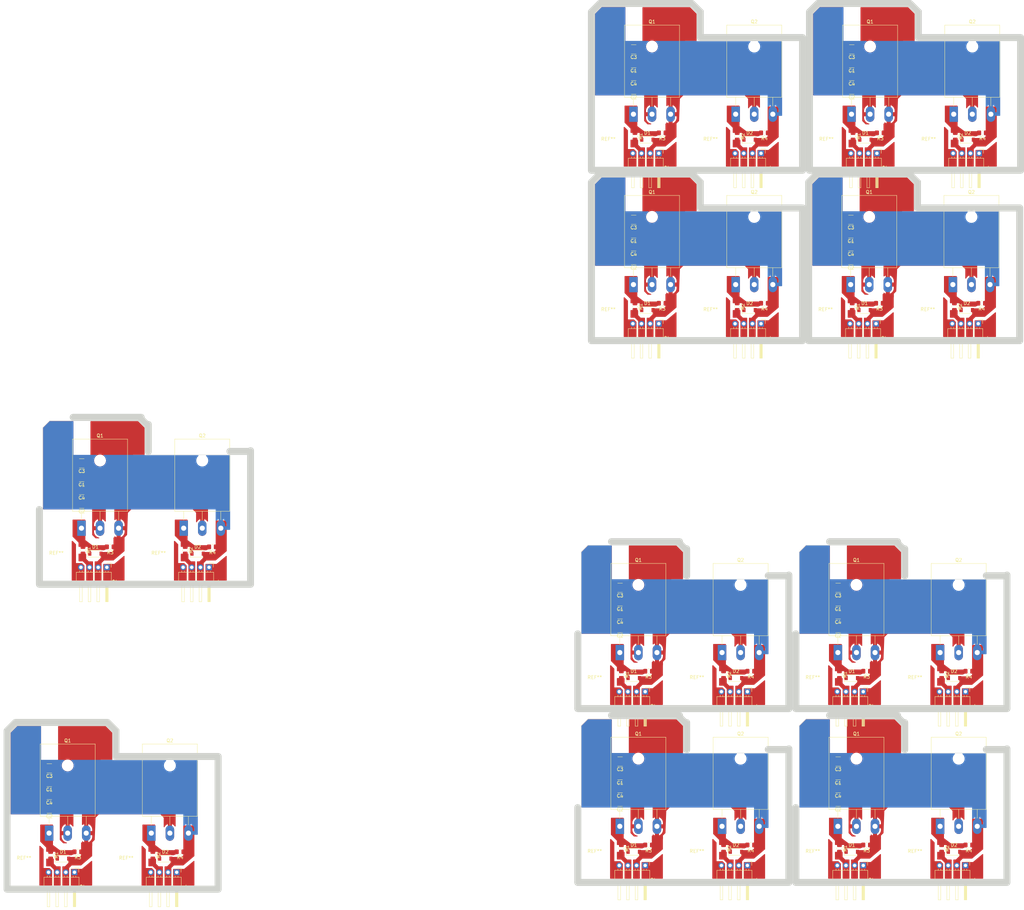
<source format=kicad_pcb>
(kicad_pcb (version 20211014) (generator pcbnew)
  (layers (0 "F.Cu" signal) (31 "B.Cu" signal) (34 "B.Paste" user) (35 "F.Paste" user) (36 "B.SilkS" user "B.Silkscreen") (37 "F.SilkS" user "F.Silkscreen") (38 "B.Mask" user) (39 "F.Mask" user) (44 "Edge.Cuts" user))
  (net 0 "")
  (net 1 "DC+")
  (net 2 "DC-")
  (net 3 "Net-(D1-Pad1)")
  (net 4 "Net-(D2-Pad1)")
  (net 5 "unconnected-(J1-Pad1)")
  (net 6 "unconnected-(J1-Pad4)")
  (net 7 "unconnected-(J2-Pad1)")
  (net 8 "unconnected-(J2-Pad4)")
  (net 9 "Net-(R2-Pad2)")
  (net 10 "Net-(R1-Pad2)")
  (net 11 "Motor")
  (footprint "Connector_PinHeader_2.54mm:PinHeader_1x04_P2.54mm_Horizontal" (layer "F.Cu") (at -50.69 55.5 -90)
    (fp_text reference "J2")
    (fp_text value "Conn_01x04_Male")
  )
  (footprint "Capacitor_SMD:C_1210_3225Metric_Pad1.33x2.70mm_HandSolder" (layer "F.Cu") (at 163.9375 73.3 180)
    (fp_text reference "C2")
    (fp_text value "1uF")
  )
  (footprint "MountingHole:MountingHole_3.2mm_M3" (layer "F.Cu") (at 160.25 -16)
    (fp_text reference "REF**")
    (fp_text value "MountingHole_3.2mm_M3")
  )
  (footprint "Capacitor_SMD:C_1210_3225Metric_Pad1.33x2.70mm_HandSolder" (layer "F.Cu") (at 103.9375 -96.5 180)
    (fp_text reference "C3")
    (fp_text value "1uF")
  )
  (footprint "Capacitor_SMD:C_1210_3225Metric_Pad1.33x2.70mm_HandSolder" (layer "F.Cu") (at 103.9375 -88.7 180)
    (fp_text reference "C4")
    (fp_text value "1uF")
  )
  (footprint "Connector_PinHeader_2.54mm:PinHeader_1x04_P2.54mm_Horizontal" (layer "F.Cu") (at 205.31 -66 -90)
    (fp_text reference "J1")
    (fp_text value "Conn_01x04_Male")
  )
  (footprint "ee463_footprint_lib:TO-247-3_Horizontal_TabDown_ee463" (layer "F.Cu") (at 163.86 80.52)
    (fp_text reference "Q1")
    (fp_text value "SPW47N60")
  )
  (footprint "MountingHole:MountingHole_3.2mm_M3" (layer "F.Cu") (at 126.5 -66)
    (fp_text reference "REF**")
    (fp_text value "MountingHole_3.2mm_M3")
  )
  (footprint "MountingHole:MountingHole_3.2mm_M3" (layer "F.Cu") (at 122.5 92)
    (fp_text reference "REF**")
    (fp_text value "MountingHole_3.2mm_M3")
  )
  (footprint "Resistor_SMD:R_0805_2012Metric_Pad1.20x1.40mm_HandSolder" (layer "F.Cu") (at 142.31 -72 180)
    (fp_text reference "R4")
    (fp_text value "10kR")
  )
  (footprint "ee463_footprint_lib:TO-247-3_Horizontal_TabDown_ee463" (layer "F.Cu") (at 163.86 131.52)
    (fp_text reference "Q1")
    (fp_text value "SPW47N60")
  )
  (footprint "ee463_footprint_lib:TO-247-3_Horizontal_TabDown_ee463" (layer "F.Cu") (at 103.86 -77.48)
    (fp_text reference "Q1")
    (fp_text value "SPW47N60")
  )
  (footprint "ee463_footprint_lib:TO-247-3_Horizontal_TabDown_ee463" (layer "F.Cu") (at 193.86 131.52)
    (fp_text reference "Q2")
    (fp_text value "SPW47N60")
  )
  (footprint "Capacitor_SMD:C_1210_3225Metric_Pad1.33x2.70mm_HandSolder" (layer "F.Cu") (at 99.9375 120.3 180)
    (fp_text reference "C4")
    (fp_text value "1uF")
  )
  (footprint "ee463_footprint_lib:TO-247-3_Horizontal_TabDown_ee463" (layer "F.Cu") (at -37.64 133.52)
    (fp_text reference "Q2")
    (fp_text value "SPW47N60")
  )
  (footprint "Connector_PinHeader_2.54mm:PinHeader_1x04_P2.54mm_Horizontal" (layer "F.Cu") (at 137.31 92 -90)
    (fp_text reference "J1")
    (fp_text value "Conn_01x04_Male")
  )
  (footprint "Connector_PinHeader_2.54mm:PinHeader_1x04_P2.54mm_Horizontal" (layer "F.Cu") (at 171.31 92 -90)
    (fp_text reference "J2")
    (fp_text value "Conn_01x04_Male")
  )
  (footprint "MountingHole:MountingHole_3.2mm_M3" (layer "F.Cu") (at -35.5 55.5)
    (fp_text reference "REF**")
    (fp_text value "MountingHole_3.2mm_M3")
  )
  (footprint "Diode_SMD:D_SOD-123" (layer "F.Cu") (at 167.96 139)
    (fp_text reference "D1")
    (fp_text value "D_Zener")
  )
  (footprint "Diode_SMD:D_SOD-123" (layer "F.Cu") (at -33.54 141)
    (fp_text reference "D2")
    (fp_text value "D_Zener")
  )
  (footprint "Capacitor_SMD:C_1210_3225Metric_Pad1.33x2.70mm_HandSolder" (layer "F.Cu") (at 103.9375 -46.5 180)
    (fp_text reference "C3")
    (fp_text value "1uF")
  )
  (footprint "Connector_PinHeader_2.54mm:PinHeader_1x04_P2.54mm_Horizontal" (layer "F.Cu") (at 171.31 143 -90)
    (fp_text reference "J2")
    (fp_text value "Conn_01x04_Male")
  )
  (footprint "Diode_SMD:D_SOD-123" (layer "F.Cu") (at 107.96 -70)
    (fp_text reference "D1")
    (fp_text value "D_Zener")
  )
  (footprint "Capacitor_SMD:C_1210_3225Metric_Pad1.33x2.70mm_HandSolder" (layer "F.Cu") (at -58.0625 29 180)
    (fp_text reference "C1")
    (fp_text value "1uF")
  )
  (footprint "MountingHole:MountingHole_3.2mm_M3" (layer "F.Cu") (at 186.5 92)
    (fp_text reference "REF**")
    (fp_text value "MountingHole_3.2mm_M3")
  )
  (footprint "Capacitor_SMD:C_1210_3225Metric_Pad1.33x2.70mm_HandSolder" (layer "F.Cu") (at 103.9375 -34.7 180)
    (fp_text reference "C2")
    (fp_text value "1uF")
  )
  (footprint "Resistor_SMD:R_0805_2012Metric_Pad1.20x1.40mm_HandSolder" (layer "F.Cu") (at 112.31 -72 180)
    (fp_text reference "R3")
    (fp_text value "10kR")
  )
  (footprint "Resistor_SMD:R_0805_2012Metric_Pad1.20x1.40mm_HandSolder" (layer "F.Cu") (at 164.31 138 -90)
    (fp_text reference "R1")
    (fp_text value "??")
  )
  (footprint "Resistor_SMD:R_0805_2012Metric_Pad1.20x1.40mm_HandSolder" (layer "F.Cu") (at -59.19 139 180)
    (fp_text reference "R3")
    (fp_text value "10kR")
  )
  (footprint "Resistor_SMD:R_0805_2012Metric_Pad1.20x1.40mm_HandSolder" (layer "F.Cu") (at 104.31 -71 -90)
    (fp_text reference "R1")
    (fp_text value "??")
  )
  (footprint "Resistor_SMD:R_0805_2012Metric_Pad1.20x1.40mm_HandSolder" (layer "F.Cu") (at -27.69 50.5 -90)
    (fp_text reference "R2")
    (fp_text value "??")
  )
  (footprint "Resistor_SMD:R_0805_2012Metric_Pad1.20x1.40mm_HandSolder" (layer "F.Cu") (at 198.31 -71 -90)
    (fp_text reference "R2")
    (fp_text value "??")
  )
  (footprint "Capacitor_SMD:C_1210_3225Metric_Pad1.33x2.70mm_HandSolder" (layer "F.Cu") (at 99.9375 69.3 180)
    (fp_text reference "C4")
    (fp_text value "1uF")
  )
  (footprint "Diode_SMD:D_SOD-123" (layer "F.Cu") (at 133.96 88)
    (fp_text reference "D2")
    (fp_text value "D_Zener")
  )
  (footprint "Capacitor_SMD:C_1210_3225Metric_Pad1.33x2.70mm_HandSolder" (layer "F.Cu") (at 163.9375 112.5 180)
    (fp_text reference "C3")
    (fp_text value "1uF")
  )
  (footprint "ee463_footprint_lib:TO-247-3_Horizontal_TabDown_ee463" (layer "F.Cu") (at 167.86 -77.48)
    (fp_text reference "Q1")
    (fp_text value "SPW47N60")
  )
  (footprint "Capacitor_SMD:C_1210_3225Metric_Pad1.33x2.70mm_HandSolder" (layer "F.Cu") (at 163.9375 65.5 180)
    (fp_text reference "C1")
    (fp_text value "1uF")
  )
  (footprint "Resistor_SMD:R_0805_2012Metric_Pad1.20x1.40mm_HandSolder" (layer "F.Cu") (at 130.31 138 -90)
    (fp_text reference "R2")
    (fp_text value "??")
  )
  (footprint "Resistor_SMD:R_0805_2012Metric_Pad1.20x1.40mm_HandSolder" (layer "F.Cu") (at 134.31 -71 -90)
    (fp_text reference "R2")
    (fp_text value "??")
  )
  (footprint "ee463_footprint_lib:TO-247-3_Horizontal_TabDown_ee463" (layer "F.Cu") (at 103.86 -27.48)
    (fp_text reference "Q1")
    (fp_text value "SPW47N60")
  )
  (footprint "Capacitor_SMD:C_1210_3225Metric_Pad1.33x2.70mm_HandSolder" (layer "F.Cu") (at 167.9375 -84.7 180)
    (fp_text reference "C2")
    (fp_text value "1uF")
  )
  (footprint "Resistor_SMD:R_0805_2012Metric_Pad1.20x1.40mm_HandSolder" (layer "F.Cu") (at -57.69 50.5 -90)
    (fp_text reference "R1")
    (fp_text value "??")
  )
  (footprint "Capacitor_SMD:C_1210_3225Metric_Pad1.33x2.70mm_HandSolder" (layer "F.Cu") (at -58.0625 32.8 180)
    (fp_text reference "C4")
    (fp_text value "1uF")
  )
  (footprint "Resistor_SMD:R_0805_2012Metric_Pad1.20x1.40mm_HandSolder" (layer "F.Cu") (at 134.31 -21 -90)
    (fp_text reference "R2")
    (fp_text value "??")
  )
  (footprint "ee463_footprint_lib:TO-247-3_Horizontal_TabDown_ee463" (layer "F.Cu") (at -58.14 44.02)
    (fp_text reference "Q1")
    (fp_text value "SPW47N60")
  )
  (footprint "ee463_footprint_lib:TO-247-3_Horizontal_TabDown_ee463" (layer "F.Cu") (at 99.86 131.52)
    (fp_text reference "Q1")
    (fp_text value "SPW47N60")
  )
  (footprint "Capacitor_SMD:C_1210_3225Metric_Pad1.33x2.70mm_HandSolder" (layer "F.Cu") (at -58.0625 25 180)
    (fp_text reference "C3")
    (fp_text value "1uF")
  )
  (footprint "Resistor_SMD:R_0805_2012Metric_Pad1.20x1.40mm_HandSolder" (layer "F.Cu") (at 176.06 -22 180)
    (fp_text reference "R3")
    (fp_text value "10kR")
  )
  (footprint "MountingHole:MountingHole_3.2mm_M3" (layer "F.Cu") (at 92.5 92)
    (fp_text reference "REF**")
    (fp_text value "MountingHole_3.2mm_M3")
  )
  (footprint "Diode_SMD:D_SOD-123" (layer "F.Cu") (at 201.71 -20)
    (fp_text reference "D2")
    (fp_text value "D_Zener")
  )
  (footprint "Resistor_SMD:R_0805_2012Metric_Pad1.20x1.40mm_HandSolder" (layer "F.Cu") (at 138.31 86 180)
    (fp_text reference "R4")
    (fp_text value "10kR")
  )
  (footprint "Diode_SMD:D_SOD-123" (layer "F.Cu") (at -54.04 51.5)
    (fp_text reference "D1")
    (fp_text value "D_Zener")
  )
  (footprint "MountingHole:MountingHole_3.2mm_M3" (layer "F.Cu") (at 160.5 -66)
    (fp_text reference "REF**")
    (fp_text value "MountingHole_3.2mm_M3")
  )
  (footprint "Connector_PinHeader_2.54mm:PinHeader_1x04_P2.54mm_Horizontal" (layer "F.Cu") (at -20.69 55.5 -90)
    (fp_text reference "J1")
    (fp_text value "Conn_01x04_Male")
  )
  (footprint "Diode_SMD:D_SOD-123" (layer "F.Cu") (at 197.96 139)
    (fp_text reference "D2")
    (fp_text value "D_Zener")
  )
  (footprint "ee463_footprint_lib:TO-247-3_Horizontal_TabDown_ee463" (layer "F.Cu") (at 129.86 80.52)
    (fp_text reference "Q2")
    (fp_text value "SPW47N60")
  )
  (footprint "Capacitor_SMD:C_1210_3225Metric_Pad1.33x2.70mm_HandSolder" (layer "F.Cu") (at 163.9375 120.3 180)
    (fp_text reference "C4")
    (fp_text value "1uF")
  )
  (footprint "Resistor_SMD:R_0805_2012Metric_Pad1.20x1.40mm_HandSolder" (layer "F.Cu") (at -29.19 139 180)
    (fp_text reference "R4")
    (fp_text value "10kR")
  )
  (footprint "Resistor_SMD:R_0805_2012Metric_Pad1.20x1.40mm_HandSolder" (layer "F.Cu") (at 206.31 -72 180)
    (fp_text reference "R4")
    (fp_text value "10kR")
  )
  (footprint "Capacitor_SMD:C_1210_3225Metric_Pad1.33x2.70mm_HandSolder" (layer "F.Cu") (at 167.6875 -42.5 180)
    (fp_text reference "C1")
    (fp_text value "1uF")
  )
  (footprint "MountingHole:MountingHole_3.2mm_M3" (layer "F.Cu") (at -65.5 55.5)
    (fp_text reference "REF**")
    (fp_text value "MountingHole_3.2mm_M3")
  )
  (footprint "Capacitor_SMD:C_1210_3225Metric_Pad1.33x2.70mm_HandSolder" (layer "F.Cu") (at -67.5625 114.5 180)
    (fp_text reference "C3")
    (fp_text value "1uF")
  )
  (footprint "Diode_SMD:D_SOD-123" (layer "F.Cu") (at 103.96 139)
    (fp_text reference "D1")
    (fp_text value "D_Zener")
  )
  (footprint "Connector_PinHeader_2.54mm:PinHeader_1x04_P2.54mm_Horizontal" (layer "F.Cu") (at 111.31 -66 -90)
    (fp_text reference "J2")
    (fp_text value "Conn_01x04_Male")
  )
  (footprint "Capacitor_SMD:C_1210_3225Metric_Pad1.33x2.70mm_HandSolder" (layer "F.Cu") (at 99.9375 73.3 180)
    (fp_text reference "C2")
    (fp_text value "1uF")
  )
  (footprint "Capacitor_SMD:C_1210_3225Metric_Pad1.33x2.70mm_HandSolder" (layer "F.Cu") (at 163.9375 116.5 180)
    (fp_text reference "C1")
    (fp_text value "1uF")
  )
  (footprint "ee463_footprint_lib:TO-247-3_Horizontal_TabDown_ee463" (layer "F.Cu") (at 133.86 -27.48)
    (fp_text reference "Q2")
    (fp_text value "SPW47N60")
  )
  (footprint "Capacitor_SMD:C_1210_3225Metric_Pad1.33x2.70mm_HandSolder" (layer "F.Cu") (at 99.9375 112.5 180)
    (fp_text reference "C3")
    (fp_text value "1uF")
  )
  (footprint "Diode_SMD:D_SOD-123" (layer "F.Cu") (at 171.71 -20)
    (fp_text reference "D1")
    (fp_text value "D_Zener")
  )
  (footprint "Resistor_SMD:R_0805_2012Metric_Pad1.20x1.40mm_HandSolder" (layer "F.Cu") (at 194.31 87 -90)
    (fp_text reference "R2")
    (fp_text value "??")
  )
  (footprint "Resistor_SMD:R_0805_2012Metric_Pad1.20x1.40mm_HandSolder" (layer "F.Cu") (at 176.31 -72 180)
    (fp_text reference "R3")
    (fp_text value "10kR")
  )
  (footprint "ee463_footprint_lib:TO-247-3_Horizontal_TabDown_ee463" (layer "F.Cu") (at 129.86 131.52)
    (fp_text reference "Q2")
    (fp_text value "SPW47N60")
  )
  (footprint "Resistor_SMD:R_0805_2012Metric_Pad1.20x1.40mm_HandSolder" (layer "F.Cu") (at 168.31 -71 -90)
    (fp_text reference "R1")
    (fp_text value "??")
  )
  (footprint "Capacitor_SMD:C_1210_3225Metric_Pad1.33x2.70mm_HandSolder" (layer "F.Cu") (at 167.9375 -88.7 180)
    (fp_text reference "C4")
    (fp_text value "1uF")
  )
  (footprint "Resistor_SMD:R_0805_2012Metric_Pad1.20x1.40mm_HandSolder" (layer "F.Cu") (at 164.31 87 -90)
    (fp_text reference "R1")
    (fp_text value "??")
  )
  (footprint "MountingHole:MountingHole_3.2mm_M3" (layer "F.Cu") (at 96.5 -16)
    (fp_text reference "REF**")
    (fp_text value "MountingHole_3.2mm_M3")
  )
  (footprint "Capacitor_SMD:C_1210_3225Metric_Pad1.33x2.70mm_HandSolder" (layer "F.Cu") (at 99.9375 116.5 180)
    (fp_text reference "C1")
    (fp_text value "1uF")
  )
  (footprint "MountingHole:MountingHole_3.2mm_M3" (layer "F.Cu") (at 122.5 143)
    (fp_text reference "REF**")
    (fp_text value "MountingHole_3.2mm_M3")
  )
  (footprint "Connector_PinHeader_2.54mm:PinHeader_1x04_P2.54mm_Horizontal" (layer "F.Cu") (at 141.31 -16 -90)
    (fp_text reference "J1")
    (fp_text value "Conn_01x04_Male")
  )
  (footprint "Capacitor_SMD:C_1210_3225Metric_Pad1.33x2.70mm_HandSolder" (layer "F.Cu") (at 99.9375 65.5 180)
    (fp_text reference "C1")
    (fp_text value "1uF")
  )
  (footprint "Capacitor_SMD:C_1210_3225Metric_Pad1.33x2.70mm_HandSolder" (layer "F.Cu") (at 103.9375 -92.5 180)
    (fp_text reference "C1")
    (fp_text value "1uF")
  )
  (footprint "Resistor_SMD:R_0805_2012Metric_Pad1.20x1.40mm_HandSolder" (layer "F.Cu") (at 172.31 137 180)
    (fp_text reference "R3")
    (fp_text value "10kR")
  )
  (footprint "Capacitor_SMD:C_1210_3225Metric_Pad1.33x2.70mm_HandSolder" (layer "F.Cu") (at 163.9375 124.3 180)
    (fp_text reference "C2")
    (fp_text value "1uF")
  )
  (footprint "MountingHole:MountingHole_3.2mm_M3" (layer "F.Cu") (at -45 145)
    (fp_text reference "REF**")
    (fp_text value "MountingHole_3.2mm_M3")
  )
  (footprint "Diode_SMD:D_SOD-123" (layer "F.Cu") (at 107.96 -20)
    (fp_text reference "D1")
    (fp_text value "D_Zener")
  )
  (footprint "Connector_PinHeader_2.54mm:PinHeader_1x04_P2.54mm_Horizontal" (layer "F.Cu") (at 201.31 92 -90)
    (fp_text reference "J1")
    (fp_text value "Conn_01x04_Male")
  )
  (footprint "Connector_PinHeader_2.54mm:PinHeader_1x04_P2.54mm_Horizontal" (layer "F.Cu") (at 111.31 -16 -90)
    (fp_text reference "J2")
    (fp_text value "Conn_01x04_Male")
  )
  (footprint "Connector_PinHeader_2.54mm:PinHeader_1x04_P2.54mm_Horizontal" (layer "F.Cu") (at 175.31 -66 -90)
    (fp_text reference "J2")
    (fp_text value "Conn_01x04_Male")
  )
  (footprint "MountingHole:MountingHole_3.2mm_M3" (layer "F.Cu") (at -75 145)
    (fp_text reference "REF**")
    (fp_text value "MountingHole_3.2mm_M3")
  )
  (footprint "MountingHole:MountingHole_3.2mm_M3" (layer "F.Cu") (at 186.5 143)
    (fp_text reference "REF**")
    (fp_text value "MountingHole_3.2mm_M3")
  )
  (footprint "MountingHole:MountingHole_3.2mm_M3" (layer "F.Cu") (at 190.25 -16)
    (fp_text reference "REF**")
    (fp_text value "MountingHole_3.2mm_M3")
  )
  (footprint "Connector_PinHeader_2.54mm:PinHeader_1x04_P2.54mm_Horizontal" (layer "F.Cu") (at 107.31 92 -90)
    (fp_text reference "J2")
    (fp_text value "Conn_01x04_Male")
  )
  (footprint "ee463_footprint_lib:TO-247-3_Horizontal_TabDown_ee463" (layer "F.Cu") (at -67.64 133.52)
    (fp_text reference "Q1")
    (fp_text value "SPW47N60")
  )
  (footprint "Resistor_SMD:R_0805_2012Metric_Pad1.20x1.40mm_HandSolder" (layer "F.Cu") (at 202.31 137 180)
    (fp_text reference "R4")
    (fp_text value "10kR")
  )
  (footprint "Capacitor_SMD:C_1210_3225Metric_Pad1.33x2.70mm_HandSolder" (layer "F.Cu") (at -58.0625 36.8 180)
    (fp_text reference "C2")
    (fp_text value "1uF")
  )
  (footprint "Diode_SMD:D_SOD-123" (layer "F.Cu") (at 137.96 -20)
    (fp_text reference "D2")
    (fp_text value "D_Zener")
  )
  (footprint "Capacitor_SMD:C_1210_3225Metric_Pad1.33x2.70mm_HandSolder" (layer "F.Cu") (at 103.9375 -38.7 180)
    (fp_text reference "C4")
    (fp_text value "1uF")
  )
  (footprint "ee463_footprint_lib:TO-247-3_Horizontal_TabDown_ee463" (layer "F.Cu") (at 133.86 -77.48)
    (fp_text reference "Q2")
    (fp_text value "SPW47N60")
  )
  (footprint "Resistor_SMD:R_0805_2012Metric_Pad1.20x1.40mm_HandSolder" (layer "F.Cu") (at -37.19 140 -90)
    (fp_text reference "R2")
    (fp_text value "??")
  )
  (footprint "Diode_SMD:D_SOD-123" (layer "F.Cu") (at -24.04 51.5)
    (fp_text reference "D2")
    (fp_text value "D_Zener")
  )
  (footprint "Resistor_SMD:R_0805_2012Metric_Pad1.20x1.40mm_HandSolder" (layer "F.Cu") (at 130.31 87 -90)
    (fp_text reference "R2")
    (fp_text value "??")
  )
  (footprint "Capacitor_SMD:C_1210_3225Metric_Pad1.33x2.70mm_HandSolder" (layer "F.Cu") (at 167.6875 -34.7 180)
    (fp_text reference "C2")
    (fp_text value "1uF")
  )
  (footprint "MountingHole:MountingHole_3.2mm_M3" (layer "F.Cu") (at 126.5 -16)
    (fp_text reference "REF**")
    (fp_text value "MountingHole_3.2mm_M3")
  )
  (footprint "Diode_SMD:D_SOD-123" (layer "F.Cu") (at 103.96 88)
    (fp_text reference "D1")
    (fp_text value "D_Zener")
  )
  (footprint "MountingHole:MountingHole_3.2mm_M3" (layer "F.Cu") (at 92.5 143)
    (fp_text reference "REF**")
    (fp_text value "MountingHole_3.2mm_M3")
  )
  (footprint "Resistor_SMD:R_0805_2012Metric_Pad1.20x1.40mm_HandSolder" (layer "F.Cu") (at 138.31 137 180)
    (fp_text reference "R4")
    (fp_text value "10kR")
  )
  (footprint "Resistor_SMD:R_0805_2012Metric_Pad1.20x1.40mm_HandSolder" (layer "F.Cu") (at -49.69 49.5 180)
    (fp_text reference "R3")
    (fp_text value "10kR")
  )
  (footprint "Connector_PinHeader_2.54mm:PinHeader_1x04_P2.54mm_Horizontal" (layer "F.Cu") (at 137.31 143 -90)
    (fp_text reference "J1")
    (fp_text value "Conn_01x04_Male")
  )
  (footprint "Connector_PinHeader_2.54mm:PinHeader_1x04_P2.54mm_Horizontal" (layer "F.Cu") (at 107.31 143 -90)
    (fp_text reference "J2")
    (fp_text value "Conn_01x04_Male")
  )
  (footprint "Capacitor_SMD:C_1210_3225Metric_Pad1.33x2.70mm_HandSolder" (layer "F.Cu") (at 167.6875 -38.7 180)
    (fp_text reference "C4")
    (fp_text value "1uF")
  )
  (footprint "Capacitor_SMD:C_1210_3225Metric_Pad1.33x2.70mm_HandSolder" (layer "F.Cu") (at 103.9375 -84.7 180)
    (fp_text reference "C2")
    (fp_text value "1uF")
  )
  (footprint "Capacitor_SMD:C_1210_3225Metric_Pad1.33x2.70mm_HandSolder" (layer "F.Cu") (at -67.5625 118.5 180)
    (fp_text reference "C1")
    (fp_text value "1uF")
  )
  (footprint "Capacitor_SMD:C_1210_3225Metric_Pad1.33x2.70mm_HandSolder" (layer "F.Cu") (at 103.9375 -42.5 180)
    (fp_text reference "C1")
    (fp_text value "1uF")
  )
  (footprint "Resistor_SMD:R_0805_2012Metric_Pad1.20x1.40mm_HandSolder" (layer "F.Cu") (at 108.31 86 180)
    (fp_text reference "R3")
    (fp_text value "10kR")
  )
  (footprint "Resistor_SMD:R_0805_2012Metric_Pad1.20x1.40mm_HandSolder" (layer "F.Cu") (at 202.31 86 180)
    (fp_text reference "R4")
    (fp_text value "10kR")
  )
  (footprint "Resistor_SMD:R_0805_2012Metric_Pad1.20x1.40mm_HandSolder" (layer "F.Cu") (at 198.06 -21 -90)
    (fp_text reference "R2")
    (fp_text value "??")
  )
  (footprint "ee463_footprint_lib:TO-247-3_Horizontal_TabDown_ee463" (layer "F.Cu") (at 99.86 80.52)
    (fp_text reference "Q1")
    (fp_text value "SPW47N60")
  )
  (footprint "Capacitor_SMD:C_1210_3225Metric_Pad1.33x2.70mm_HandSolder" (layer "F.Cu") (at 163.9375 69.3 180)
    (fp_text reference "C4")
    (fp_text value "1uF")
  )
  (footprint "Resistor_SMD:R_0805_2012Metric_Pad1.20x1.40mm_HandSolder" (layer "F.Cu") (at 194.31 138 -90)
    (fp_text reference "R2")
    (fp_text value "??")
  )
  (footprint "Capacitor_SMD:C_1210_3225Metric_Pad1.33x2.70mm_HandSolder" (layer "F.Cu") (at 167.6875 -46.5 180)
    (fp_text reference "C3")
    (fp_text value "1uF")
  )
  (footprint "Connector_PinHeader_2.54mm:PinHeader_1x04_P2.54mm_Horizontal" (layer "F.Cu") (at 175.06 -16 -90)
    (fp_text reference "J2")
    (fp_text value "Conn_01x04_Male")
  )
  (footprint "Capacitor_SMD:C_1210_3225Metric_Pad1.33x2.70mm_HandSolder" (layer "F.Cu") (at 99.9375 124.3 180)
    (fp_text reference "C2")
    (fp_text value "1uF")
  )
  (footprint "Resistor_SMD:R_0805_2012Metric_Pad1.20x1.40mm_HandSolder" (layer "F.Cu") (at 104.31 -21 -90)
    (fp_text reference "R1")
    (fp_text value "??")
  )
  (footprint "MountingHole:MountingHole_3.2mm_M3" (layer "F.Cu") (at 190.5 -66)
    (fp_text reference "REF**")
    (fp_text value "MountingHole_3.2mm_M3")
  )
  (footprint "Resistor_SMD:R_0805_2012Metric_Pad1.20x1.40mm_HandSolder" (layer "F.Cu") (at 108.31 137 180)
    (fp_text reference "R3")
    (fp_text value "10kR")
  )
  (footprint "MountingHole:MountingHole_3.2mm_M3" (layer "F.Cu") (at 156.5 92)
    (fp_text reference "REF**")
    (fp_text value "MountingHole_3.2mm_M3")
  )
  (footprint "Diode_SMD:D_SOD-123" (layer "F.Cu") (at 201.96 -70)
    (fp_text reference "D2")
    (fp_text value "D_Zener")
  )
  (footprint "Resistor_SMD:R_0805_2012Metric_Pad1.20x1.40mm_HandSolder" (layer "F.Cu") (at 172.31 86 180)
    (fp_text reference "R3")
    (fp_text value "10kR")
  )
  (footprint "ee463_footprint_lib:TO-247-3_Horizontal_TabDown_ee463" (layer "F.Cu") (at -28.14 44.02)
    (fp_text reference "Q2")
    (fp_text value "SPW47N60")
  )
  (footprint "Capacitor_SMD:C_1210_3225Metric_Pad1.33x2.70mm_HandSolder" (layer "F.Cu") (at -67.5625 126.3 180)
    (fp_text reference "C2")
    (fp_text value "1uF")
  )
  (footprint "Diode_SMD:D_SOD-123" (layer "F.Cu") (at -63.54 141)
    (fp_text reference "D1")
    (fp_text value "D_Zener")
  )
  (footprint "Capacitor_SMD:C_1210_3225Metric_Pad1.33x2.70mm_HandSolder" (layer "F.Cu") (at 167.9375 -96.5 180)
    (fp_text reference "C3")
    (fp_text value "1uF")
  )
  (footprint "Connector_PinHeader_2.54mm:PinHeader_1x04_P2.54mm_Horizontal" (layer "F.Cu") (at 141.31 -66 -90)
    (fp_text reference "J1")
    (fp_text value "Conn_01x04_Male")
  )
  (footprint "Capacitor_SMD:C_1210_3225Metric_Pad1.33x2.70mm_HandSolder" (layer "F.Cu") (at 167.9375 -92.5 180)
    (fp_text reference "C1")
    (fp_text value "1uF")
  )
  (footprint "ee463_footprint_lib:TO-247-3_Horizontal_TabDown_ee463" (layer "F.Cu") (at 197.61 -27.48)
    (fp_text reference "Q2")
    (fp_text value "SPW47N60")
  )
  (footprint "Connector_PinHeader_2.54mm:PinHeader_1x04_P2.54mm_Horizontal" (layer "F.Cu") (at -60.19 145 -90)
    (fp_text reference "J2")
    (fp_text value "Conn_01x04_Male")
  )
  (footprint "Diode_SMD:D_SOD-123" (layer "F.Cu") (at 171.96 -70)
    (fp_text reference "D1")
    (fp_text value "D_Zener")
  )
  (footprint "Capacitor_SMD:C_1210_3225Metric_Pad1.33x2.70mm_HandSolder" (layer "F.Cu") (at -67.5625 122.3 180)
    (fp_text reference "C4")
    (fp_text value "1uF")
  )
  (footprint "ee463_footprint_lib:TO-247-3_Horizontal_TabDown_ee463" (layer "F.Cu") (at 193.86 80.52)
    (fp_text reference "Q2")
    (fp_text value "SPW47N60")
  )
  (footprint "MountingHole:MountingHole_3.2mm_M3" (layer "F.Cu") (at 156.5 143)
    (fp_text reference "REF**")
    (fp_text value "MountingHole_3.2mm_M3")
  )
  (footprint "Diode_SMD:D_SOD-123" (layer "F.Cu") (at 197.96 88)
    (fp_text reference "D2")
    (fp_text value "D_Zener")
  )
  (footprint "MountingHole:MountingHole_3.2mm_M3" (layer "F.Cu") (at 96.5 -66)
    (fp_text reference "REF**")
    (fp_text value "MountingHole_3.2mm_M3")
  )
  (footprint "Connector_PinHeader_2.54mm:PinHeader_1x04_P2.54mm_Horizontal" (layer "F.Cu") (at 205.06 -16 -90)
    (fp_text reference "J1")
    (fp_text value "Conn_01x04_Male")
  )
  (footprint "Resistor_SMD:R_0805_2012Metric_Pad1.20x1.40mm_HandSolder" (layer "F.Cu") (at 206.06 -22 180)
    (fp_text reference "R4")
    (fp_text value "10kR")
  )
  (footprint "Resistor_SMD:R_0805_2012Metric_Pad1.20x1.40mm_HandSolder" (layer "F.Cu") (at 168.06 -21 -90)
    (fp_text reference "R1")
    (fp_text value "??")
  )
  (footprint "ee463_footprint_lib:TO-247-3_Horizontal_TabDown_ee463" (layer "F.Cu") (at 197.86 -77.48)
    (fp_text reference "Q2")
    (fp_text value "SPW47N60")
  )
  (footprint "Resistor_SMD:R_0805_2012Metric_Pad1.20x1.40mm_HandSolder" (layer "F.Cu") (at 100.31 138 -90)
    (fp_text reference "R1")
    (fp_text value "??")
  )
  (footprint "Connector_PinHeader_2.54mm:PinHeader_1x04_P2.54mm_Horizontal" (layer "F.Cu") (at -30.19 145 -90)
    (fp_text reference "J1")
    (fp_text value "Conn_01x04_Male")
  )
  (footprint "Diode_SMD:D_SOD-123" (layer "F.Cu") (at 137.96 -70)
    (fp_text reference "D2")
    (fp_text value "D_Zener")
  )
  (footprint "Resistor_SMD:R_0805_2012Metric_Pad1.20x1.40mm_HandSolder" (layer "F.Cu") (at 112.31 -22 180)
    (fp_text reference "R3")
    (fp_text value "10kR")
  )
  (footprint "Resistor_SMD:R_0805_2012Metric_Pad1.20x1.40mm_HandSolder" (layer "F.Cu") (at 142.31 -22 180)
    (fp_text reference "R4")
    (fp_text value "10kR")
  )
  (footprint "Diode_SMD:D_SOD-123" (layer "F.Cu") (at 133.96 139)
    (fp_text reference "D2")
    (fp_text value "D_Zener")
  )
  (footprint "Capacitor_SMD:C_1210_3225Metric_Pad1.33x2.70mm_HandSolder" (layer "F.Cu") (at 99.9375 61.5 180)
    (fp_text reference "C3")
    (fp_text value "1uF")
  )
  (footprint "Resistor_SMD:R_0805_2012Metric_Pad1.20x1.40mm_HandSolder" (layer "F.Cu") (at -19.69 49.5 180)
    (fp_text reference "R4")
    (fp_text value "10kR")
  )
  (footprint "Resistor_SMD:R_0805_2012Metric_Pad1.20x1.40mm_HandSolder" (layer "F.Cu") (at -67.19 140 -90)
    (fp_text reference "R1")
    (fp_text value "??")
  )
  (footprint "ee463_footprint_lib:TO-247-3_Horizontal_TabDown_ee463" (layer "F.Cu") (at 167.61 -27.48)
    (fp_text reference "Q1")
    (fp_text value "SPW47N60")
  )
  (footprint "Resistor_SMD:R_0805_2012Metric_Pad1.20x1.40mm_HandSolder" (layer "F.Cu") (at 100.31 87 -90)
    (fp_text reference "R1")
    (fp_text value "??")
  )
  (footprint "Connector_PinHeader_2.54mm:PinHeader_1x04_P2.54mm_Horizontal" (layer "F.Cu") (at 201.31 143 -90)
    (fp_text reference "J1")
    (fp_text value "Conn_01x04_Male")
  )
  (footprint "Capacitor_SMD:C_1210_3225Metric_Pad1.33x2.70mm_HandSolder" (layer "F.Cu") (at 163.9375 61.5 180)
    (fp_text reference "C3")
    (fp_text value "1uF")
  )
  (footprint "Diode_SMD:D_SOD-123" (layer "F.Cu") (at 167.96 88)
    (fp_text reference "D1")
    (fp_text value "D_Zener")
  )
  (gr_line (start 119.5 58.05) (end 119.5 50.05) (layer "Edge.Cuts") (width 2))
  (gr_line (start 119.1 50.15) (end 117.1 48.15) (layer "Edge.Cuts") (width 2))
  (gr_line (start -8.6 21.45) (end -14.6 21.45) (layer "Edge.Cuts") (width 2))
  (gr_poly (pts (xy 187.25 -50) (xy 217.25 -50) (xy 217.25 -11) (xy 155.25 -11) (xy 155.25 -57.5) (xy 157.75 -60) (xy 184.75 -60) (xy 187.25 -57.5)) (layer "Edge.Cuts") (width 2) (fill none))
  (gr_line (start 181.4 47.95) (end 161.4 47.95) (layer "Edge.Cuts") (width 2))
  (gr_line (start 181.4 98.95) (end 161.4 98.95) (layer "Edge.Cuts") (width 2))
  (gr_line (start 151.5 97) (end 213.5 97) (layer "Edge.Cuts") (width 2))
  (gr_line (start 183.5 58.05) (end 183.5 50.05) (layer "Edge.Cuts") (width 2))
  (gr_line (start 183.5 109.05) (end 183.5 101.05) (layer "Edge.Cuts") (width 2))
  (gr_line (start -8.5 60.25) (end -8.5 21.25) (layer "Edge.Cuts") (width 2))
  (gr_line (start 151.5 148) (end 213.5 148) (layer "Edge.Cuts") (width 2))
  (gr_line (start 87.5 75) (end 87.5 96.75) (layer "Edge.Cuts") (width 2))
  (gr_line (start 87.5 148) (end 149.5 148) (layer "Edge.Cuts") (width 2))
  (gr_line (start -38.9 13.65) (end -40.9 11.65) (layer "Edge.Cuts") (width 2))
  (gr_poly (pts (xy 186.5 -99) (xy 216.5 -99) (xy 216.5 -62) (xy 156.5 -62) (xy 156.5 -107) (xy 158.5 -109) (xy 184.5 -109) (xy 186.5 -107)) (layer "Edge.Cuts") (width 0.1) (fill none))
  (gr_poly (pts (xy 118.5 110) (xy 148.5 110) (xy 148.5 147) (xy 88.5 147) (xy 88.5 102) (xy 90.5 100) (xy 116.5 100) (xy 118.5 102)) (layer "Edge.Cuts") (width 0.1) (fill none))
  (gr_line (start 149.5 147.75) (end 149.5 108.75) (layer "Edge.Cuts") (width 2))
  (gr_line (start 183.1 101.15) (end 181.1 99.15) (layer "Edge.Cuts") (width 2))
  (gr_poly (pts (xy 182.5 110) (xy 212.5 110) (xy 212.5 147) (xy 152.5 147) (xy 152.5 102) (xy 154.5 100) (xy 180.5 100) (xy 182.5 102)) (layer "Edge.Cuts") (width 0.1) (fill none))
  (gr_poly (pts (xy 123.5 -100) (xy 153.5 -100) (xy 153.5 -61) (xy 91.5 -61) (xy 91.5 -107.5) (xy 94 -110) (xy 121 -110) (xy 123.5 -107.5)) (layer "Edge.Cuts") (width 2) (fill none))
  (gr_line (start 117.4 98.95) (end 97.4 98.95) (layer "Edge.Cuts") (width 2))
  (gr_line (start 117.4 47.95) (end 97.4 47.95) (layer "Edge.Cuts") (width 2))
  (gr_poly (pts (xy 186.25 -49) (xy 216.25 -49) (xy 216.25 -12) (xy 156.25 -12) (xy 156.25 -57) (xy 158.25 -59) (xy 184.25 -59) (xy 186.25 -57)) (layer "Edge.Cuts") (width 0.1) (fill none))
  (gr_line (start -70.5 60.5) (end -8.5 60.5) (layer "Edge.Cuts") (width 2))
  (gr_line (start 149.4 108.95) (end 143.4 108.95) (layer "Edge.Cuts") (width 2))
  (gr_poly (pts (xy -39.5 22.5) (xy -9.5 22.5) (xy -9.5 59.5) (xy -69.5 59.5) (xy -69.5 14.5) (xy -67.5 12.5) (xy -41.5 12.5) (xy -39.5 14.5)) (layer "Edge.Cuts") (width 0.1) (fill none))
  (gr_poly (pts (xy 123.5 -50) (xy 153.5 -50) (xy 153.5 -11) (xy 91.5 -11) (xy 91.5 -57.5) (xy 94 -60) (xy 121 -60) (xy 123.5 -57.5)) (layer "Edge.Cuts") (width 2) (fill none))
  (gr_line (start 151.5 75) (end 151.5 96.75) (layer "Edge.Cuts") (width 2))
  (gr_line (start -70.5 38.5) (end -70.5 60.25) (layer "Edge.Cuts") (width 2))
  (gr_poly (pts (xy -49 112) (xy -19 112) (xy -19 149) (xy -79 149) (xy -79 104) (xy -77 102) (xy -51 102) (xy -49 104)) (layer "Edge.Cuts") (width 0.1) (fill none))
  (gr_line (start 213.4 108.95) (end 207.4 108.95) (layer "Edge.Cuts") (width 2))
  (gr_line (start 151.5 126) (end 151.5 147.75) (layer "Edge.Cuts") (width 2))
  (gr_poly (pts (xy 182.5 59) (xy 212.5 59) (xy 212.5 96) (xy 152.5 96) (xy 152.5 51) (xy 154.5 49) (xy 180.5 49) (xy 182.5 51)) (layer "Edge.Cuts") (width 0.1) (fill none))
  (gr_poly (pts (xy 187.5 -100) (xy 217.5 -100) (xy 217.5 -61) (xy 155.5 -61) (xy 155.5 -107.5) (xy 158 -110) (xy 185 -110) (xy 187.5 -107.5)) (layer "Edge.Cuts") (width 2) (fill none))
  (gr_poly (pts (xy 122.5 -49) (xy 152.5 -49) (xy 152.5 -12) (xy 92.5 -12) (xy 92.5 -57) (xy 94.5 -59) (xy 120.5 -59) (xy 122.5 -57)) (layer "Edge.Cuts") (width 0.1) (fill none))
  (gr_line (start 213.4 57.95) (end 207.4 57.95) (layer "Edge.Cuts") (width 2))
  (gr_line (start 87.5 97) (end 149.5 97) (layer "Edge.Cuts") (width 2))
  (gr_line (start 149.4 57.95) (end 143.4 57.95) (layer "Edge.Cuts") (width 2))
  (gr_line (start 213.5 96.75) (end 213.5 57.75) (layer "Edge.Cuts") (width 2))
  (gr_line (start 119.1 101.15) (end 117.1 99.15) (layer "Edge.Cuts") (width 2))
  (gr_poly (pts (xy 118.5 59) (xy 148.5 59) (xy 148.5 96) (xy 88.5 96) (xy 88.5 51) (xy 90.5 49) (xy 116.5 49) (xy 118.5 51)) (layer "Edge.Cuts") (width 0.1) (fill none))
  (gr_poly (pts (xy 122.5 -99) (xy 152.5 -99) (xy 152.5 -62) (xy 92.5 -62) (xy 92.5 -107) (xy 94.5 -109) (xy 120.5 -109) (xy 122.5 -107)) (layer "Edge.Cuts") (width 0.1) (fill none))
  (gr_line (start -40.6 11.45) (end -60.6 11.45) (layer "Edge.Cuts") (width 2))
  (gr_line (start 87.5 126) (end 87.5 147.75) (layer "Edge.Cuts") (width 2))
  (gr_line (start 119.5 109.05) (end 119.5 101.05) (layer "Edge.Cuts") (width 2))
  (gr_line (start -38.5 21.55) (end -38.5 13.55) (layer "Edge.Cuts") (width 2))
  (gr_line (start 183.1 50.15) (end 181.1 48.15) (layer "Edge.Cuts") (width 2))
  (gr_line (start 149.5 96.75) (end 149.5 57.75) (layer "Edge.Cuts") (width 2))
  (gr_poly (pts (xy -48 111) (xy -18 111) (xy -18 150) (xy -80 150) (xy -80 103.5) (xy -77.5 101) (xy -50.5 101) (xy -48 103.5)) (layer "Edge.Cuts") (width 2) (fill none))
  (gr_line (start 213.5 147.75) (end 213.5 108.75) (layer "Edge.Cuts") (width 2))
  (segment (start 168.31 -72) (end 167.86 -72.45) (width 0.25) (layer "F.Cu") (net 3))
  (segment (start 104.31 -22) (end 103.86 -22.45) (width 0.25) (layer "F.Cu") (net 3))
  (segment (start -67.19 139) (end -67.64 138.55) (width 0.25) (layer "F.Cu") (net 3))
  (segment (start 164.31 86) (end 163.86 85.55) (width 0.25) (layer "F.Cu") (net 3))
  (segment (start 104.31 -72) (end 103.86 -72.45) (width 0.25) (layer "F.Cu") (net 3))
  (segment (start -57.69 49.5) (end -58.14 49.05) (width 0.25) (layer "F.Cu") (net 3))
  (segment (start 164.31 137) (end 163.86 136.55) (width 0.25) (layer "F.Cu") (net 3))
  (segment (start 100.31 137) (end 99.86 136.55) (width 0.25) (layer "F.Cu") (net 3))
  (segment (start 168.06 -22) (end 167.61 -22.45) (width 0.25) (layer "F.Cu") (net 3))
  (segment (start 100.31 86) (end 99.86 85.55) (width 0.25) (layer "F.Cu") (net 3))
  (zone (net 7) (net_name "unconnected-(J2-Pad1)") (layer "F.Cu") (connect_pads yes (clearance 0.1)) (min_thickness 0.254) (fill yes (thermal_gap 0.508) (thermal_bridge_width 0.508))
    (polygon (pts (xy 176.5 147) (xy 170.25 147) (xy 170.25 142) (xy 173.5 142) (xy 176.5 139.5) (xy 176.5 142)))
  )
  (zone (net 4) (net_name "Net-(D2-Pad1)") (layer "F.Cu") (connect_pads yes (clearance 0.1)) (min_thickness 0.254) (fill yes (thermal_gap 0.508) (thermal_bridge_width 0.508))
    (polygon (pts (xy -27 47.5) (xy -25 49) (xy -20.5 49) (xy -20.5 50) (xy -21.5 50.5) (xy -25.4 50.5) (xy -25.4 51.9) (xy -26.3 51.9) (xy -26.3 49.5) (xy -27 49.5) (xy -29 49.5) (xy -29 48) (xy -30.75 46.25) (xy -30.75 41.5) (xy -27 41.5)))
  )
  (zone (net 2) (net_name "DC-") (layer "F.Cu") (connect_pads yes (clearance 0.1)) (min_thickness 0.254) (fill yes (thermal_gap 0.508) (thermal_bridge_width 0.508))
    (polygon (pts (xy -15.5 50.75) (xy -18.75 53.5) (xy -21.5 53.5) (xy -22.25 54.25) (xy -22.25 59.5) (xy -24.25 59.5) (xy -24.25 53.75) (xy -23.5 53.75) (xy -22.5 52.75) (xy -22.5 51) (xy -19.25 51) (xy -18.75 50.5) (xy -18.75 41.75) (xy -15.5 41.75)))
  )
  (zone (net 5) (net_name "unconnected-(J1-Pad1)") (layer "F.Cu") (connect_pads yes (clearance 0.1)) (min_thickness 0.254) (fill yes (thermal_gap 0.508) (thermal_bridge_width 0.508))
    (polygon (pts (xy 210.5 -62) (xy 204.25 -62) (xy 204.25 -67) (xy 207.5 -67) (xy 210.5 -69.5) (xy 210.5 -67)))
  )
  (zone (net 1) (net_name "DC+") (layer "F.Cu") (connect_pads (clearance 0.1)) (min_thickness 0.254) (fill yes (thermal_gap 0.508) (thermal_bridge_width 1.2))
    (polygon (pts (xy 122.5 -57) (xy 122.5 -51) (xy 122.5 -49) (xy 119 -49) (xy 111 -41) (xy 111 -25.5) (xy 110 -24.5) (xy 108 -24.5) (xy 107 -25.5) (xy 107 -33) (xy 106 -33) (xy 106 -48) (xy 106.5 -48.5) (xy 106.5 -59) (xy 120.5 -59)))
  )
  (zone (net 11) (net_name "Motor") (layer "F.Cu") (connect_pads yes (clearance 0.1)) (min_thickness 0.254) (fill yes (thermal_gap 0.508) (thermal_bridge_width 0.508))
    (polygon (pts (xy -45.5 50.75) (xy -48.75 53.5) (xy -51.5 53.5) (xy -52.25 54.25) (xy -52.25 59.5) (xy -54.25 59.5) (xy -54.25 53.75) (xy -53.5 53.75) (xy -52.5 52.75) (xy -52.5 51) (xy -49.25 51) (xy -48.75 50.5) (xy -48.75 46.75) (xy -45.5 46.75)))
  )
  (zone (net 3) (net_name "Net-(D1-Pad1)") (layer "F.Cu") (connect_pads yes (clearance 0.1)) (min_thickness 0.254) (fill yes (thermal_gap 0.508) (thermal_bridge_width 0.508))
    (polygon (pts (xy 105 -74) (xy 107 -72.5) (xy 111.5 -72.5) (xy 111.5 -71.5) (xy 110.5 -71) (xy 106.6 -71) (xy 106.6 -69.6) (xy 105.7 -69.6) (xy 105.7 -72) (xy 105 -72) (xy 103 -72) (xy 103 -73.25) (xy 101.25 -75) (xy 101.25 -80) (xy 105 -80)))
  )
  (zone (net 4) (net_name "Net-(D2-Pad1)") (layer "F.Cu") (connect_pads yes (clearance 0.1)) (min_thickness 0.254) (fill yes (thermal_gap 0.508) (thermal_bridge_width 0.508))
    (polygon (pts (xy 131 84) (xy 133 85.5) (xy 137.5 85.5) (xy 137.5 86.5) (xy 136.5 87) (xy 132.6 87) (xy 132.6 88.4) (xy 131.7 88.4) (xy 131.7 86) (xy 131 86) (xy 129 86) (xy 129 84.5) (xy 127.25 82.75) (xy 127.25 78) (xy 131 78)))
  )
  (zone (net 9) (net_name "Net-(R2-Pad2)") (layer "F.Cu") (connect_pads yes (clearance 0.1)) (min_thickness 0.254) (fill yes (thermal_gap 0.508) (thermal_bridge_width 0.508))
    (polygon (pts (xy 131.25 140.5) (xy 132 141.25) (xy 133.25 141.25) (xy 133.25 147) (xy 131.25 147) (xy 131.25 142.25) (xy 130.25 141.25) (xy 129 141.25) (xy 129 139) (xy 131.25 139)))
  )
  (zone (net 11) (net_name "Motor") (layer "F.Cu") (connect_pads (clearance 0.1)) (min_thickness 0.254) (fill yes (thermal_gap 0.508) (thermal_bridge_width 1.2))
    (polygon (pts (xy 204.75 -24.5) (xy 201.25 -24.5) (xy 201.25 -32) (xy 200.25 -33) (xy 182.25 -33) (xy 181.25 -32) (xy 181 -25.5) (xy 180.25 -24.75) (xy 180.25 -23.75) (xy 177.25 -23.75) (xy 177.25 -39) (xy 185.25 -47) (xy 198.75 -47) (xy 201.25 -44) (xy 204.75 -44)))
  )
  (zone (net 8) (net_name "unconnected-(J2-Pad4)") (layer "F.Cu") (connect_pads yes (clearance 0.1)) (min_thickness 0.254) (fill yes (thermal_gap 0.508) (thermal_bridge_width 0.508))
    (polygon (pts (xy 168.5 -16.5) (xy 168.5 -12) (xy 164.75 -12) (xy 164.75 -23.75) (xy 165 -23.75) (xy 166 -22.75) (xy 166 -17.25) (xy 167.75 -17.25)))
  )
  (zone (net 7) (net_name "unconnected-(J2-Pad1)") (layer "F.Cu") (connect_pads yes (clearance 0.1)) (min_thickness 0.254) (fill yes (thermal_gap 0.508) (thermal_bridge_width 0.508))
    (polygon (pts (xy -45.5 59.5) (xy -51.75 59.5) (xy -51.75 54.5) (xy -48.5 54.5) (xy -45.5 52) (xy -45.5 54.5)))
  )
  (zone (net 3) (net_name "Net-(D1-Pad1)") (layer "F.Cu") (connect_pads yes (clearance 0.1)) (min_thickness 0.254) (fill yes (thermal_gap 0.508) (thermal_bridge_width 0.508))
    (polygon (pts (xy -66.5 137) (xy -64.5 138.5) (xy -60 138.5) (xy -60 139.5) (xy -61 140) (xy -64.9 140) (xy -64.9 141.4) (xy -65.8 141.4) (xy -65.8 139) (xy -66.5 139) (xy -68.5 139) (xy -68.5 137.75) (xy -70.25 136) (xy -70.25 131) (xy -66.5 131)))
  )
  (zone (net 11) (net_name "Motor") (layer "F.Cu") (connect_pads (clearance 0.1)) (min_thickness 0.254) (fill yes (thermal_gap 0.508) (thermal_bridge_width 1.2))
    (polygon (pts (xy 205 -74.5) (xy 201.5 -74.5) (xy 201.5 -82) (xy 200.5 -83) (xy 182.5 -83) (xy 181.5 -82) (xy 181.25 -75.5) (xy 180.5 -74.75) (xy 180.5 -73.75) (xy 177.5 -73.75) (xy 177.5 -89) (xy 185.5 -97) (xy 199 -97) (xy 201.5 -94) (xy 205 -94)))
  )
  (zone (net 10) (net_name "Net-(R1-Pad2)") (layer "F.Cu") (connect_pads yes (clearance 0.1)) (min_thickness 0.254) (fill yes (thermal_gap 0.508) (thermal_bridge_width 0.508))
    (polygon (pts (xy 105.25 -68.5) (xy 106 -67.75) (xy 107.25 -67.75) (xy 107.25 -62) (xy 105.25 -62) (xy 105.25 -66.75) (xy 104.25 -67.75) (xy 103 -67.75) (xy 103 -70) (xy 105.25 -70)))
  )
  (zone (net 3) (net_name "Net-(D1-Pad1)") (layer "F.Cu") (connect_pads yes (clearance 0.1)) (min_thickness 0.254) (fill yes (thermal_gap 0.508) (thermal_bridge_width 0.508))
    (polygon (pts (xy 169 -74) (xy 171 -72.5) (xy 175.5 -72.5) (xy 175.5 -71.5) (xy 174.5 -71) (xy 170.6 -71) (xy 170.6 -69.6) (xy 169.7 -69.6) (xy 169.7 -72) (xy 169 -72) (xy 167 -72) (xy 167 -73.25) (xy 165.25 -75) (xy 165.25 -80) (xy 169 -80)))
  )
  (zone (net 11) (net_name "Motor") (layer "F.Cu") (connect_pads yes (clearance 0.1)) (min_thickness 0.254) (fill yes (thermal_gap 0.508) (thermal_bridge_width 0.508))
    (polygon (pts (xy 180.25 -20.75) (xy 177 -18) (xy 174.25 -18) (xy 173.5 -17.25) (xy 173.5 -12) (xy 171.5 -12) (xy 171.5 -17.75) (xy 172.25 -17.75) (xy 173.25 -18.75) (xy 173.25 -20.5) (xy 176.5 -20.5) (xy 177 -21) (xy 177 -24.75) (xy 180.25 -24.75)))
  )
  (zone (net 1) (net_name "DC+") (layer "F.Cu") (connect_pads (clearance 0.1)) (min_thickness 0.254) (fill yes (thermal_gap 0.508) (thermal_bridge_width 1.2))
    (polygon (pts (xy 118.5 51) (xy 118.5 57) (xy 118.5 59) (xy 115 59) (xy 107 67) (xy 107 82.5) (xy 106 83.5) (xy 104 83.5) (xy 103 82.5) (xy 103 75) (xy 102 75) (xy 102 60) (xy 102.5 59.5) (xy 102.5 49) (xy 116.5 49)))
  )
  (zone (net 7) (net_name "unconnected-(J2-Pad1)") (layer "F.Cu") (connect_pads yes (clearance 0.1)) (min_thickness 0.254) (fill yes (thermal_gap 0.508) (thermal_bridge_width 0.508))
    (polygon (pts (xy 176.5 96) (xy 170.25 96) (xy 170.25 91) (xy 173.5 91) (xy 176.5 88.5) (xy 176.5 91)))
  )
  (zone (net 1) (net_name "DC+") (layer "F.Cu") (connect_pads (clearance 0.1)) (min_thickness 0.254) (fill yes (thermal_gap 0.508) (thermal_bridge_width 1.2))
    (polygon (pts (xy -39.5 14.5) (xy -39.5 20.5) (xy -39.5 22.5) (xy -43 22.5) (xy -51 30.5) (xy -51 46) (xy -52 47) (xy -54 47) (xy -55 46) (xy -55 38.5) (xy -56 38.5) (xy -56 23.5) (xy -55.5 23) (xy -55.5 12.5) (xy -41.5 12.5)))
  )
  (zone (net 6) (net_name "unconnected-(J1-Pad4)") (layer "F.Cu") (connect_pads yes (clearance 0.1)) (min_thickness 0.254) (fill yes (thermal_gap 0.508) (thermal_bridge_width 0.508))
    (polygon (pts (xy 130.75 91.5) (xy 130.75 96) (xy 127 96) (xy 127 84.25) (xy 127.25 84.25) (xy 128.25 85.25) (xy 128.25 90.75) (xy 130 90.75)))
  )
  (zone (net 4) (net_name "Net-(D2-Pad1)") (layer "F.Cu") (connect_pads yes (clearance 0.1)) (min_thickness 0.254) (fill yes (thermal_gap 0.508) (thermal_bridge_width 0.508))
    (polygon (pts (xy -36.5 137) (xy -34.5 138.5) (xy -30 138.5) (xy -30 139.5) (xy -31 140) (xy -34.9 140) (xy -34.9 141.4) (xy -35.8 141.4) (xy -35.8 139) (xy -36.5 139) (xy -38.5 139) (xy -38.5 137.5) (xy -40.25 135.75) (xy -40.25 131) (xy -36.5 131)))
  )
  (zone (net 2) (net_name "DC-") (layer "F.Cu") (connect_pads (clearance 0.1)) (min_thickness 0.254) (fill yes (thermal_gap 0.508) (thermal_bridge_width 0.508))
    (polygon (pts (xy 161.5 59.5) (xy 162 60) (xy 162 67.5) (xy 162 75) (xy 152.5 75) (xy 152.5 51) (xy 154.5 49) (xy 161.5 49)))
  )
  (zone (net 11) (net_name "Motor") (layer "F.Cu") (connect_pads (clearance 0.1)) (min_thickness 0.254) (fill yes (thermal_gap 0.508) (thermal_bridge_width 1.2))
    (polygon (pts (xy 137 134.5) (xy 133.5 134.5) (xy 133.5 127) (xy 132.5 126) (xy 114.5 126) (xy 113.5 127) (xy 113.25 133.5) (xy 112.5 134.25) (xy 112.5 135.25) (xy 109.5 135.25) (xy 109.5 120) (xy 117.5 112) (xy 131 112) (xy 133.5 115) (xy 137 115)))
  )
  (zone (net 6) (net_name "unconnected-(J1-Pad4)") (layer "F.Cu") (connect_pads yes (clearance 0.1)) (min_thickness 0.254) (fill yes (thermal_gap 0.508) (thermal_bridge_width 0.508))
    (polygon (pts (xy 194.75 142.5) (xy 194.75 147) (xy 191 147) (xy 191 135.25) (xy 191.25 135.25) (xy 192.25 136.25) (xy 192.25 141.75) (xy 194 141.75)))
  )
  (zone (net 11) (net_name "Motor") (layer "F.Cu") (connect_pads yes (clearance 0.1)) (min_thickness 0.254) (fill yes (thermal_gap 0.508) (thermal_bridge_width 0.508))
    (polygon (pts (xy -55 140.25) (xy -58.25 143) (xy -61 143) (xy -61.75 143.75) (xy -61.75 149) (xy -63.75 149) (xy -63.75 143.25) (xy -63 143.25) (xy -62 142.25) (xy -62 140.5) (xy -58.75 140.5) (xy -58.25 140) (xy -58.25 136.25) (xy -55 136.25)))
  )
  (zone (net 6) (net_name "unconnected-(J1-Pad4)") (layer "F.Cu") (connect_pads yes (clearance 0.1)) (min_thickness 0.254) (fill yes (thermal_gap 0.508) (thermal_bridge_width 0.508))
    (polygon (pts (xy 198.75 -66.5) (xy 198.75 -62) (xy 195 -62) (xy 195 -73.75) (xy 195.25 -73.75) (xy 196.25 -72.75) (xy 196.25 -67.25) (xy 198 -67.25)))
  )
  (zone (net 3) (net_name "Net-(D1-Pad1)") (layer "F.Cu") (connect_pads yes (clearance 0.1)) (min_thickness 0.254) (fill yes (thermal_gap 0.508) (thermal_bridge_width 0.508))
    (polygon (pts (xy 168.75 -24) (xy 170.75 -22.5) (xy 175.25 -22.5) (xy 175.25 -21.5) (xy 174.25 -21) (xy 170.35 -21) (xy 170.35 -19.6) (xy 169.45 -19.6) (xy 169.45 -22) (xy 168.75 -22) (xy 166.75 -22) (xy 166.75 -23.25) (xy 165 -25) (xy 165 -30) (xy 168.75 -30)))
  )
  (zone (net 10) (net_name "Net-(R1-Pad2)") (layer "F.Cu") (connect_pads yes (clearance 0.1)) (min_thickness 0.254) (fill yes (thermal_gap 0.508) (thermal_bridge_width 0.508))
    (polygon (pts (xy -56.75 53) (xy -56 53.75) (xy -54.75 53.75) (xy -54.75 59.5) (xy -56.75 59.5) (xy -56.75 54.75) (xy -57.75 53.75) (xy -59 53.75) (xy -59 51.5) (xy -56.75 51.5)))
  )
  (zone (net 10) (net_name "Net-(R1-Pad2)") (layer "F.Cu") (connect_pads yes (clearance 0.1)) (min_thickness 0.254) (fill yes (thermal_gap 0.508) (thermal_bridge_width 0.508))
    (polygon (pts (xy 169.25 -68.5) (xy 170 -67.75) (xy 171.25 -67.75) (xy 171.25 -62) (xy 169.25 -62) (xy 169.25 -66.75) (xy 168.25 -67.75) (xy 167 -67.75) (xy 167 -70) (xy 169.25 -70)))
  )
  (zone (net 7) (net_name "unconnected-(J2-Pad1)") (layer "F.Cu") (connect_pads yes (clearance 0.1)) (min_thickness 0.254) (fill yes (thermal_gap 0.508) (thermal_bridge_width 0.508))
    (polygon (pts (xy -55 149) (xy -61.25 149) (xy -61.25 144) (xy -58 144) (xy -55 141.5) (xy -55 144)))
  )
  (zone (net 2) (net_name "DC-") (layer "F.Cu") (connect_pads yes (clearance 0.1)) (min_thickness 0.254) (fill yes (thermal_gap 0.508) (thermal_bridge_width 0.508))
    (polygon (pts (xy -25 140.25) (xy -28.25 143) (xy -31 143) (xy -31.75 143.75) (xy -31.75 149) (xy -33.75 149) (xy -33.75 143.25) (xy -33 143.25) (xy -32 142.25) (xy -32 140.5) (xy -28.75 140.5) (xy -28.25 140) (xy -28.25 131.25) (xy -25 131.25)))
  )
  (zone (net 2) (net_name "DC-") (layer "F.Cu") (connect_pads (clearance 0.1)) (min_thickness 0.254) (fill yes (thermal_gap 0.508) (thermal_bridge_width 0.508))
    (polygon (pts (xy 101.5 -48.5) (xy 102 -48) (xy 102 -40.5) (xy 102 -33) (xy 92.5 -33) (xy 92.5 -57) (xy 94.5 -59) (xy 101.5 -59)))
  )
  (zone (net 11) (net_name "Motor") (layer "F.Cu") (connect_pads (clearance 0.1)) (min_thickness 0.254) (fill yes (thermal_gap 0.508) (thermal_bridge_width 1.2))
    (polygon (pts (xy 137 83.5) (xy 133.5 83.5) (xy 133.5 76) (xy 132.5 75) (xy 114.5 75) (xy 113.5 76) (xy 113.25 82.5) (xy 112.5 83.25) (xy 112.5 84.25) (xy 109.5 84.25) (xy 109.5 69) (xy 117.5 61) (xy 131 61) (xy 133.5 64) (xy 137 64)))
  )
  (zone (net 3) (net_name "Net-(D1-Pad1)") (layer "F.Cu") (connect_pads yes (clearance 0.1)) (min_thickness 0.254) (fill yes (thermal_gap 0.508) (thermal_bridge_width 0.508))
    (polygon (pts (xy -57 47.5) (xy -55 49) (xy -50.5 49) (xy -50.5 50) (xy -51.5 50.5) (xy -55.4 50.5) (xy -55.4 51.9) (xy -56.3 51.9) (xy -56.3 49.5) (xy -57 49.5) (xy -59 49.5) (xy -59 48.25) (xy -60.75 46.5) (xy -60.75 41.5) (xy -57 41.5)))
  )
  (zone (net 2) (net_name "DC-") (layer "F.Cu") (connect_pads (clearance 0.1)) (min_thickness 0.254) (fill yes (thermal_gap 0.508) (thermal_bridge_width 0.508))
    (polygon (pts (xy 165.25 -48.5) (xy 165.75 -48) (xy 165.75 -40.5) (xy 165.75 -33) (xy 156.25 -33) (xy 156.25 -57) (xy 158.25 -59) (xy 165.25 -59)))
  )
  (zone (net 7) (net_name "unconnected-(J2-Pad1)") (layer "F.Cu") (connect_pads yes (clearance 0.1)) (min_thickness 0.254) (fill yes (thermal_gap 0.508) (thermal_bridge_width 0.508))
    (polygon (pts (xy 116.5 -62) (xy 110.25 -62) (xy 110.25 -67) (xy 113.5 -67) (xy 116.5 -69.5) (xy 116.5 -67)))
  )
  (zone (net 4) (net_name "Net-(D2-Pad1)") (layer "F.Cu") (connect_pads yes (clearance 0.1)) (min_thickness 0.254) (fill yes (thermal_gap 0.508) (thermal_bridge_width 0.508))
    (polygon (pts (xy 131 135) (xy 133 136.5) (xy 137.5 136.5) (xy 137.5 137.5) (xy 136.5 138) (xy 132.6 138) (xy 132.6 139.4) (xy 131.7 139.4) (xy 131.7 137) (xy 131 137) (xy 129 137) (xy 129 135.5) (xy 127.25 133.75) (xy 127.25 129) (xy 131 129)))
  )
  (zone (net 2) (net_name "DC-") (layer "F.Cu") (connect_pads (clearance 0.1)) (min_thickness 0.254) (fill yes (thermal_gap 0.508) (thermal_bridge_width 0.508))
    (polygon (pts (xy -70 112.5) (xy -69.5 113) (xy -69.5 120.5) (xy -69.5 128) (xy -79 128) (xy -79 104) (xy -77 102) (xy -70 102)))
  )
  (zone (net 11) (net_name "Motor") (layer "F.Cu") (connect_pads yes (clearance 0.1)) (min_thickness 0.254) (fill yes (thermal_gap 0.508) (thermal_bridge_width 0.508))
    (polygon (pts (xy 176.5 87.25) (xy 173.25 90) (xy 170.5 90) (xy 169.75 90.75) (xy 169.75 96) (xy 167.75 96) (xy 167.75 90.25) (xy 168.5 90.25) (xy 169.5 89.25) (xy 169.5 87.5) (xy 172.75 87.5) (xy 173.25 87) (xy 173.25 83.25) (xy 176.5 83.25)))
  )
  (zone (net 5) (net_name "unconnected-(J1-Pad1)") (layer "F.Cu") (connect_pads yes (clearance 0.1)) (min_thickness 0.254) (fill yes (thermal_gap 0.508) (thermal_bridge_width 0.508))
    (polygon (pts (xy 206.5 147) (xy 200.25 147) (xy 200.25 142) (xy 203.5 142) (xy 206.5 139.5) (xy 206.5 142)))
  )
  (zone (net 9) (net_name "Net-(R2-Pad2)") (layer "F.Cu") (connect_pads yes (clearance 0.1)) (min_thickness 0.254) (fill yes (thermal_gap 0.508) (thermal_bridge_width 0.508))
    (polygon (pts (xy 199 -18.5) (xy 199.75 -17.75) (xy 201 -17.75) (xy 201 -12) (xy 199 -12) (xy 199 -16.75) (xy 198 -17.75) (xy 196.75 -17.75) (xy 196.75 -20) (xy 199 -20)))
  )
  (zone (net 3) (net_name "Net-(D1-Pad1)") (layer "F.Cu") (connect_pads yes (clearance 0.1)) (min_thickness 0.254) (fill yes (thermal_gap 0.508) (thermal_bridge_width 0.508))
    (polygon (pts (xy 101 84) (xy 103 85.5) (xy 107.5 85.5) (xy 107.5 86.5) (xy 106.5 87) (xy 102.6 87) (xy 102.6 88.4) (xy 101.7 88.4) (xy 101.7 86) (xy 101 86) (xy 99 86) (xy 99 84.75) (xy 97.25 83) (xy 97.25 78) (xy 101 78)))
  )
  (zone (net 11) (net_name "Motor") (layer "F.Cu") (connect_pads (clearance 0.1)) (min_thickness 0.254) (fill yes (thermal_gap 0.508) (thermal_bridge_width 1.2))
    (polygon (pts (xy -21 47) (xy -24.5 47) (xy -24.5 39.5) (xy -25.5 38.5) (xy -43.5 38.5) (xy -44.5 39.5) (xy -44.75 46) (xy -45.5 46.75) (xy -45.5 47.75) (xy -48.5 47.75) (xy -48.5 32.5) (xy -40.5 24.5) (xy -27 24.5) (xy -24.5 27.5) (xy -21 27.5)))
  )
  (zone (net 9) (net_name "Net-(R2-Pad2)") (layer "F.Cu") (connect_pads yes (clearance 0.1)) (min_thickness 0.254) (fill yes (thermal_gap 0.508) (thermal_bridge_width 0.508))
    (polygon (pts (xy 131.25 89.5) (xy 132 90.25) (xy 133.25 90.25) (xy 133.25 96) (xy 131.25 96) (xy 131.25 91.25) (xy 130.25 90.25) (xy 129 90.25) (xy 129 88) (xy 131.25 88)))
  )
  (zone (net 11) (net_name "Motor") (layer "F.Cu") (connect_pads (clearance 0.1)) (min_thickness 0.254) (fill yes (thermal_gap 0.508) (thermal_bridge_width 1.2))
    (polygon (pts (xy 201 134.5) (xy 197.5 134.5) (xy 197.5 127) (xy 196.5 126) (xy 178.5 126) (xy 177.5 127) (xy 177.25 133.5) (xy 176.5 134.25) (xy 176.5 135.25) (xy 173.5 135.25) (xy 173.5 120) (xy 181.5 112) (xy 195 112) (xy 197.5 115) (xy 201 115)))
  )
  (zone (net 9) (net_name "Net-(R2-Pad2)") (layer "F.Cu") (connect_pads yes (clearance 0.1)) (min_thickness 0.254) (fill yes (thermal_gap 0.508) (thermal_bridge_width 0.508))
    (polygon (pts (xy -36.25 142.5) (xy -35.5 143.25) (xy -34.25 143.25) (xy -34.25 149) (xy -36.25 149) (xy -36.25 144.25) (xy -37.25 143.25) (xy -38.5 143.25) (xy -38.5 141) (xy -36.25 141)))
  )
  (zone (net 10) (net_name "Net-(R1-Pad2)") (layer "F.Cu") (connect_pads yes (clearance 0.1)) (min_thickness 0.254) (fill yes (thermal_gap 0.508) (thermal_bridge_width 0.508))
    (polygon (pts (xy 101.25 140.5) (xy 102 141.25) (xy 103.25 141.25) (xy 103.25 147) (xy 101.25 147) (xy 101.25 142.25) (xy 100.25 141.25) (xy 99 141.25) (xy 99 139) (xy 101.25 139)))
  )
  (zone (net 8) (net_name "unconnected-(J2-Pad4)") (layer "F.Cu") (connect_pads yes (clearance 0.1)) (min_thickness 0.254) (fill yes (thermal_gap 0.508) (thermal_bridge_width 0.508))
    (polygon (pts (xy -57.25 55) (xy -57.25 59.5) (xy -61 59.5) (xy -61 47.75) (xy -60.75 47.75) (xy -59.75 48.75) (xy -59.75 54.25) (xy -58 54.25)))
  )
  (zone (net 11) (net_name "Motor") (layer "F.Cu") (connect_pads yes (clearance 0.1)) (min_thickness 0.254) (fill yes (thermal_gap 0.508) (thermal_bridge_width 0.508))
    (polygon (pts (xy 180.5 -70.75) (xy 177.25 -68) (xy 174.5 -68) (xy 173.75 -67.25) (xy 173.75 -62) (xy 171.75 -62) (xy 171.75 -67.75) (xy 172.5 -67.75) (xy 173.5 -68.75) (xy 173.5 -70.5) (xy 176.75 -70.5) (xy 177.25 -71) (xy 177.25 -74.75) (xy 180.5 -74.75)))
  )
  (zone (net 8) (net_name "unconnected-(J2-Pad4)") (layer "F.Cu") (connect_pads yes (clearance 0.1)) (min_thickness 0.254) (fill yes (thermal_gap 0.508) (thermal_bridge_width 0.508))
    (polygon (pts (xy 164.75 142.5) (xy 164.75 147) (xy 161 147) (xy 161 135.25) (xy 161.25 135.25) (xy 162.25 136.25) (xy 162.25 141.75) (xy 164 141.75)))
  )
  (zone (net 9) (net_name "Net-(R2-Pad2)") (layer "F.Cu") (connect_pads yes (clearance 0.1)) (min_thickness 0.254) (fill yes (thermal_gap 0.508) (thermal_bridge_width 0.508))
    (polygon (pts (xy 135.25 -68.5) (xy 136 -67.75) (xy 137.25 -67.75) (xy 137.25 -62) (xy 135.25 -62) (xy 135.25 -66.75) (xy 134.25 -67.75) (xy 133 -67.75) (xy 133 -70) (xy 135.25 -70)))
  )
  (zone (net 7) (net_name "unconnected-(J2-Pad1)") (layer "F.Cu") (connect_pads yes (clearance 0.1)) (min_thickness 0.254) (fill yes (thermal_gap 0.508) (thermal_bridge_width 0.508))
    (polygon (pts (xy 116.5 -12) (xy 110.25 -12) (xy 110.25 -17) (xy 113.5 -17) (xy 116.5 -19.5) (xy 116.5 -17)))
  )
  (zone (net 3) (net_name "Net-(D1-Pad1)") (layer "F.Cu") (connect_pads yes (clearance 0.1)) (min_thickness 0.254) (fill yes (thermal_gap 0.508) (thermal_bridge_width 0.508))
    (polygon (pts (xy 101 135) (xy 103 136.5) (xy 107.5 136.5) (xy 107.5 137.5) (xy 106.5 138) (xy 102.6 138) (xy 102.6 139.4) (xy 101.7 139.4) (xy 101.7 137) (xy 101 137) (xy 99 137) (xy 99 135.75) (xy 97.25 134) (xy 97.25 129) (xy 101 129)))
  )
  (zone (net 11) (net_name "Motor") (layer "F.Cu") (connect_pads (clearance 0.1)) (min_thickness 0.254) (fill yes (thermal_gap 0.508) (thermal_bridge_width 1.2))
    (polygon (pts (xy 141 -24.5) (xy 137.5 -24.5) (xy 137.5 -32) (xy 136.5 -33) (xy 118.5 -33) (xy 117.5 -32) (xy 117.25 -25.5) (xy 116.5 -24.75) (xy 116.5 -23.75) (xy 113.5 -23.75) (xy 113.5 -39) (xy 121.5 -47) (xy 135 -47) (xy 137.5 -44) (xy 141 -44)))
  )
  (zone (net 5) (net_name "unconnected-(J1-Pad1)") (layer "F.Cu") (connect_pads yes (clearance 0.1)) (min_thickness 0.254) (fill yes (thermal_gap 0.508) (thermal_bridge_width 0.508))
    (polygon (pts (xy 206.5 96) (xy 200.25 96) (xy 200.25 91) (xy 203.5 91) (xy 206.5 88.5) (xy 206.5 91)))
  )
  (zone (net 5) (net_name "unconnected-(J1-Pad1)") (layer "F.Cu") (connect_pads yes (clearance 0.1)) (min_thickness 0.254) (fill yes (thermal_gap 0.508) (thermal_bridge_width 0.508))
    (polygon (pts (xy -25 149) (xy -31.25 149) (xy -31.25 144) (xy -28 144) (xy -25 141.5) (xy -25 144)))
  )
  (zone (net 7) (net_name "unconnected-(J2-Pad1)") (layer "F.Cu") (connect_pads yes (clearance 0.1)) (min_thickness 0.254) (fill yes (thermal_gap 0.508) (thermal_bridge_width 0.508))
    (polygon (pts (xy 112.5 147) (xy 106.25 147) (xy 106.25 142) (xy 109.5 142) (xy 112.5 139.5) (xy 112.5 142)))
  )
  (zone (net 7) (net_name "unconnected-(J2-Pad1)") (layer "F.Cu") (connect_pads yes (clearance 0.1)) (min_thickness 0.254) (fill yes (thermal_gap 0.508) (thermal_bridge_width 0.508))
    (polygon (pts (xy 180.5 -62) (xy 174.25 -62) (xy 174.25 -67) (xy 177.5 -67) (xy 180.5 -69.5) (xy 180.5 -67)))
  )
  (zone (net 6) (net_name "unconnected-(J1-Pad4)") (layer "F.Cu") (connect_pads yes (clearance 0.1)) (min_thickness 0.254) (fill yes (thermal_gap 0.508) (thermal_bridge_width 0.508))
    (polygon (pts (xy 198.5 -16.5) (xy 198.5 -12) (xy 194.75 -12) (xy 194.75 -23.75) (xy 195 -23.75) (xy 196 -22.75) (xy 196 -17.25) (xy 197.75 -17.25)))
  )
  (zone (net 2) (net_name "DC-") (layer "F.Cu") (connect_pads (clearance 0.1)) (min_thickness 0.254) (fill yes (thermal_gap 0.508) (thermal_bridge_width 0.508))
    (polygon (pts (xy -60.5 23) (xy -60 23.5) (xy -60 31) (xy -60 38.5) (xy -69.5 38.5) (xy -69.5 14.5) (xy -67.5 12.5) (xy -60.5 12.5)))
  )
  (zone (net 8) (net_name "unconnected-(J2-Pad4)") (layer "F.Cu") (connect_pads yes (clearance 0.1)) (min_thickness 0.254) (fill yes (thermal_gap 0.508) (thermal_bridge_width 0.508))
    (polygon (pts (xy 100.75 142.5) (xy 100.75 147) (xy 97 147) (xy 97 135.25) (xy 97.25 135.25) (xy 98.25 136.25) (xy 98.25 141.75) (xy 100 141.75)))
  )
  (zone (net 4) (net_name "Net-(D2-Pad1)") (layer "F.Cu") (connect_pads yes (clearance 0.1)) (min_thickness 0.254) (fill yes (thermal_gap 0.508) (thermal_bridge_width 0.508))
    (polygon (pts (xy 198.75 -24) (xy 200.75 -22.5) (xy 205.25 -22.5) (xy 205.25 -21.5) (xy 204.25 -21) (xy 200.35 -21) (xy 200.35 -19.6) (xy 199.45 -19.6) (xy 199.45 -22) (xy 198.75 -22) (xy 196.75 -22) (xy 196.75 -23.5) (xy 195 -25.25) (xy 195 -30) (xy 198.75 -30)))
  )
  (zone (net 2) (net_name "DC-") (layer "F.Cu") (connect_pads (clearance 0.1)) (min_thickness 0.254) (fill yes (thermal_gap 0.508) (thermal_bridge_width 0.508))
    (polygon (pts (xy 97.5 59.5) (xy 98 60) (xy 98 67.5) (xy 98 75) (xy 88.5 75) (xy 88.5 51) (xy 90.5 49) (xy 97.5 49)))
  )
  (zone (net 9) (net_name "Net-(R2-Pad2)") (layer "F.Cu") (connect_pads yes (clearance 0.1)) (min_thickness 0.254) (fill yes (thermal_gap 0.508) (thermal_bridge_width 0.508))
    (polygon (pts (xy 135.25 -18.5) (xy 136 -17.75) (xy 137.25 -17.75) (xy 137.25 -12) (xy 135.25 -12) (xy 135.25 -16.75) (xy 134.25 -17.75) (xy 133 -17.75) (xy 133 -20) (xy 135.25 -20)))
  )
  (zone (net 5) (net_name "unconnected-(J1-Pad1)") (layer "F.Cu") (connect_pads yes (clearance 0.1)) (min_thickness 0.254) (fill yes (thermal_gap 0.508) (thermal_bridge_width 0.508))
    (polygon (pts (xy 210.25 -12) (xy 204 -12) (xy 204 -17) (xy 207.25 -17) (xy 210.25 -19.5) (xy 210.25 -17)))
  )
  (zone (net 5) (net_name "unconnected-(J1-Pad1)") (layer "F.Cu") (connect_pads yes (clearance 0.1)) (min_thickness 0.254) (fill yes (thermal_gap 0.508) (thermal_bridge_width 0.508))
    (polygon (pts (xy 142.5 147) (xy 136.25 147) (xy 136.25 142) (xy 139.5 142) (xy 142.5 139.5) (xy 142.5 142)))
  )
  (zone (net 2) (net_name "DC-") (layer "F.Cu") (connect_pads yes (clearance 0.1)) (min_thickness 0.254) (fill yes (thermal_gap 0.508) (thermal_bridge_width 0.508))
    (polygon (pts (xy 210.25 -20.75) (xy 207 -18) (xy 204.25 -18) (xy 203.5 -17.25) (xy 203.5 -12) (xy 201.5 -12) (xy 201.5 -17.75) (xy 202.25 -17.75) (xy 203.25 -18.75) (xy 203.25 -20.5) (xy 206.5 -20.5) (xy 207 -21) (xy 207 -29.75) (xy 210.25 -29.75)))
  )
  (zone (net 11) (net_name "Motor") (layer "F.Cu") (connect_pads yes (clearance 0.1)) (min_thickness 0.254) (fill yes (thermal_gap 0.508) (thermal_bridge_width 0.508))
    (polygon (pts (xy 112.5 87.25) (xy 109.25 90) (xy 106.5 90) (xy 105.75 90.75) (xy 105.75 96) (xy 103.75 96) (xy 103.75 90.25) (xy 104.5 90.25) (xy 105.5 89.25) (xy 105.5 87.5) (xy 108.75 87.5) (xy 109.25 87) (xy 109.25 83.25) (xy 112.5 83.25)))
  )
  (zone (net 10) (net_name "Net-(R1-Pad2)") (layer "F.Cu") (connect_pads yes (clearance 0.1)) (min_thickness 0.254) (fill yes (thermal_gap 0.508) (thermal_bridge_width 0.508))
    (polygon (pts (xy -66.25 142.5) (xy -65.5 143.25) (xy -64.25 143.25) (xy -64.25 149) (xy -66.25 149) (xy -66.25 144.25) (xy -67.25 143.25) (xy -68.5 143.25) (xy -68.5 141) (xy -66.25 141)))
  )
  (zone (net 10) (net_name "Net-(R1-Pad2)") (layer "F.Cu") (connect_pads yes (clearance 0.1)) (min_thickness 0.254) (fill yes (thermal_gap 0.508) (thermal_bridge_width 0.508))
    (polygon (pts (xy 101.25 89.5) (xy 102 90.25) (xy 103.25 90.25) (xy 103.25 96) (xy 101.25 96) (xy 101.25 91.25) (xy 100.25 90.25) (xy 99 90.25) (xy 99 88) (xy 101.25 88)))
  )
  (zone (net 6) (net_name "unconnected-(J1-Pad4)") (layer "F.Cu") (connect_pads yes (clearance 0.1)) (min_thickness 0.254) (fill yes (thermal_gap 0.508) (thermal_bridge_width 0.508))
    (polygon (pts (xy -27.25 55) (xy -27.25 59.5) (xy -31 59.5) (xy -31 47.75) (xy -30.75 47.75) (xy -29.75 48.75) (xy -29.75 54.25) (xy -28 54.25)))
  )
  (zone (net 9) (net_name "Net-(R2-Pad2)") (layer "F.Cu") (connect_pads yes (clearance 0.1)) (min_thickness 0.254) (fill yes (thermal_gap 0.508) (thermal_bridge_width 0.508))
    (polygon (pts (xy 199.25 -68.5) (xy 200 -67.75) (xy 201.25 -67.75) (xy 201.25 -62) (xy 199.25 -62) (xy 199.25 -66.75) (xy 198.25 -67.75) (xy 197 -67.75) (xy 197 -70) (xy 199.25 -70)))
  )
  (zone (net 8) (net_name "unconnected-(J2-Pad4)") (layer "F.Cu") (connect_pads yes (clearance 0.1)) (min_thickness 0.254) (fill yes (thermal_gap 0.508) (thermal_bridge_width 0.508))
    (polygon (pts (xy 100.75 91.5) (xy 100.75 96) (xy 97 96) (xy 97 84.25) (xy 97.25 84.25) (xy 98.25 85.25) (xy 98.25 90.75) (xy 100 90.75)))
  )
  (zone (net 11) (net_name "Motor") (layer "F.Cu") (connect_pads (clearance 0.1)) (min_thickness 0.254) (fill yes (thermal_gap 0.508) (thermal_bridge_width 1.2))
    (polygon (pts (xy 201 83.5) (xy 197.5 83.5) (xy 197.5 76) (xy 196.5 75) (xy 178.5 75) (xy 177.5 76) (xy 177.25 82.5) (xy 176.5 83.25) (xy 176.5 84.25) (xy 173.5 84.25) (xy 173.5 69) (xy 181.5 61) (xy 195 61) (xy 197.5 64) (xy 201 64)))
  )
  (zone (net 11) (net_name "Motor") (layer "F.Cu") (connect_pads yes (clearance 0.1)) (min_thickness 0.254) (fill yes (thermal_gap 0.508) (thermal_bridge_width 0.508))
    (polygon (pts (xy 116.5 -70.75) (xy 113.25 -68) (xy 110.5 -68) (xy 109.75 -67.25) (xy 109.75 -62) (xy 107.75 -62) (xy 107.75 -67.75) (xy 108.5 -67.75) (xy 109.5 -68.75) (xy 109.5 -70.5) (xy 112.75 -70.5) (xy 113.25 -71) (xy 113.25 -74.75) (xy 116.5 -74.75)))
  )
  (zone (net 2) (net_name "DC-") (layer "F.Cu") (connect_pads (clearance 0.1)) (min_thickness 0.254) (fill yes (thermal_gap 0.508) (thermal_bridge_width 0.508))
    (polygon (pts (xy 161.5 110.5) (xy 162 111) (xy 162 118.5) (xy 162 126) (xy 152.5 126) (xy 152.5 102) (xy 154.5 100) (xy 161.5 100)))
  )
  (zone (net 2) (net_name "DC-") (layer "F.Cu") (connect_pads (clearance 0.1)) (min_thickness 0.254) (fill yes (thermal_gap 0.508) (thermal_bridge_width 0.508))
    (polygon (pts (xy 97.5 110.5) (xy 98 111) (xy 98 118.5) (xy 98 126) (xy 88.5 126) (xy 88.5 102) (xy 90.5 100) (xy 97.5 100)))
  )
  (zone (net 2) (net_name "DC-") (layer "F.Cu") (connect_pads yes (clearance 0.1)) (min_thickness 0.254) (fill yes (thermal_gap 0.508) (thermal_bridge_width 0.508))
    (polygon (pts (xy 146.5 -20.75) (xy 143.25 -18) (xy 140.5 -18) (xy 139.75 -17.25) (xy 139.75 -12) (xy 137.75 -12) (xy 137.75 -17.75) (xy 138.5 -17.75) (xy 139.5 -18.75) (xy 139.5 -20.5) (xy 142.75 -20.5) (xy 143.25 -21) (xy 143.25 -29.75) (xy 146.5 -29.75)))
  )
  (zone (net 6) (net_name "unconnected-(J1-Pad4)") (layer "F.Cu") (connect_pads yes (clearance 0.1)) (min_thickness 0.254) (fill yes (thermal_gap 0.508) (thermal_bridge_width 0.508))
    (polygon (pts (xy -36.75 144.5) (xy -36.75 149) (xy -40.5 149) (xy -40.5 137.25) (xy -40.25 137.25) (xy -39.25 138.25) (xy -39.25 143.75) (xy -37.5 143.75)))
  )
  (zone (net 8) (net_name "unconnected-(J2-Pad4)") (layer "F.Cu") (connect_pads yes (clearance 0.1)) (min_thickness 0.254) (fill yes (thermal_gap 0.508) (thermal_bridge_width 0.508))
    (polygon (pts (xy 168.75 -66.5) (xy 168.75 -62) (xy 165 -62) (xy 165 -73.75) (xy 165.25 -73.75) (xy 166.25 -72.75) (xy 166.25 -67.25) (xy 168 -67.25)))
  )
  (zone (net 1) (net_name "DC+") (layer "F.Cu") (connect_pads (clearance 0.1)) (min_thickness 0.254) (fill yes (thermal_gap 0.508) (thermal_bridge_width 1.2))
    (polygon (pts (xy 182.5 51) (xy 182.5 57) (xy 182.5 59) (xy 179 59) (xy 171 67) (xy 171 82.5) (xy 170 83.5) (xy 168 83.5) (xy 167 82.5) (xy 167 75) (xy 166 75) (xy 166 60) (xy 166.5 59.5) (xy 166.5 49) (xy 180.5 49)))
  )
  (zone (net 6) (net_name "unconnected-(J1-Pad4)") (layer "F.Cu") (connect_pads yes (clearance 0.1)) (min_thickness 0.254) (fill yes (thermal_gap 0.508) (thermal_bridge_width 0.508))
    (polygon (pts (xy 194.75 91.5) (xy 194.75 96) (xy 191 96) (xy 191 84.25) (xy 191.25 84.25) (xy 192.25 85.25) (xy 192.25 90.75) (xy 194 90.75)))
  )
  (zone (net 2) (net_name "DC-") (layer "F.Cu") (connect_pads yes (clearance 0.1)) (min_thickness 0.254) (fill yes (thermal_gap 0.508) (thermal_bridge_width 0.508))
    (polygon (pts (xy 146.5 -70.75) (xy 143.25 -68) (xy 140.5 -68) (xy 139.75 -67.25) (xy 139.75 -62) (xy 137.75 -62) (xy 137.75 -67.75) (xy 138.5 -67.75) (xy 139.5 -68.75) (xy 139.5 -70.5) (xy 142.75 -70.5) (xy 143.25 -71) (xy 143.25 -79.75) (xy 146.5 -79.75)))
  )
  (zone (net 11) (net_name "Motor") (layer "F.Cu") (connect_pads yes (clearance 0.1)) (min_thickness 0.254) (fill yes (thermal_gap 0.508) (thermal_bridge_width 0.508))
    (polygon (pts (xy 112.5 138.25) (xy 109.25 141) (xy 106.5 141) (xy 105.75 141.75) (xy 105.75 147) (xy 103.75 147) (xy 103.75 141.25) (xy 104.5 141.25) (xy 105.5 140.25) (xy 105.5 138.5) (xy 108.75 138.5) (xy 109.25 138) (xy 109.25 134.25) (xy 112.5 134.25)))
  )
  (zone (net 4) (net_name "Net-(D2-Pad1)") (layer "F.Cu") (connect_pads yes (clearance 0.1)) (min_thickness 0.254) (fill yes (thermal_gap 0.508) (thermal_bridge_width 0.508))
    (polygon (pts (xy 199 -74) (xy 201 -72.5) (xy 205.5 -72.5) (xy 205.5 -71.5) (xy 204.5 -71) (xy 200.6 -71) (xy 200.6 -69.6) (xy 199.7 -69.6) (xy 199.7 -72) (xy 199 -72) (xy 197 -72) (xy 197 -73.5) (xy 195.25 -75.25) (xy 195.25 -80) (xy 199 -80)))
  )
  (zone (net 2) (net_name "DC-") (layer "F.Cu") (connect_pads yes (clearance 0.1)) (min_thickness 0.254) (fill yes (thermal_gap 0.508) (thermal_bridge_width 0.508))
    (polygon (pts (xy 206.5 87.25) (xy 203.25 90) (xy 200.5 90) (xy 199.75 90.75) (xy 199.75 96) (xy 197.75 96) (xy 197.75 90.25) (xy 198.5 90.25) (xy 199.5 89.25) (xy 199.5 87.5) (xy 202.75 87.5) (xy 203.25 87) (xy 203.25 78.25) (xy 206.5 78.25)))
  )
  (zone (net 6) (net_name "unconnected-(J1-Pad4)") (layer "F.Cu") (connect_pads yes (clearance 0.1)) (min_thickness 0.254) (fill yes (thermal_gap 0.508) (thermal_bridge_width 0.508))
    (polygon (pts (xy 134.75 -16.5) (xy 134.75 -12) (xy 131 -12) (xy 131 -23.75) (xy 131.25 -23.75) (xy 132.25 -22.75) (xy 132.25 -17.25) (xy 134 -17.25)))
  )
  (zone (net 2) (net_name "DC-") (layer "F.Cu") (connect_pads (clearance 0.1)) (min_thickness 0.254) (fill yes (thermal_gap 0.508) (thermal_bridge_width 0.508))
    (polygon (pts (xy 165.5 -98.5) (xy 166 -98) (xy 166 -90.5) (xy 166 -83) (xy 156.5 -83) (xy 156.5 -107) (xy 158.5 -109) (xy 165.5 -109)))
  )
  (zone (net 6) (net_name "unconnected-(J1-Pad4)") (layer "F.Cu") (connect_pads yes (clearance 0.1)) (min_thickness 0.254) (fill yes (thermal_gap 0.508) (thermal_bridge_width 0.508))
    (polygon (pts (xy 130.75 142.5) (xy 130.75 147) (xy 127 147) (xy 127 135.25) (xy 127.25 135.25) (xy 128.25 136.25) (xy 128.25 141.75) (xy 130 141.75)))
  )
  (zone (net 1) (net_name "DC+") (layer "F.Cu") (connect_pads (clearance 0.1)) (min_thickness 0.254) (fill yes (thermal_gap 0.508) (thermal_bridge_width 1.2))
    (polygon (pts (xy 186.5 -107) (xy 186.5 -101) (xy 186.5 -99) (xy 183 -99) (xy 175 -91) (xy 175 -75.5) (xy 174 -74.5) (xy 172 -74.5) (xy 171 -75.5) (xy 171 -83) (xy 170 -83) (xy 170 -98) (xy 170.5 -98.5) (xy 170.5 -109) (xy 184.5 -109)))
  )
  (zone (net 1) (net_name "DC+") (layer "F.Cu") (connect_pads (clearance 0.1)) (min_thickness 0.254) (fill yes (thermal_gap 0.508) (thermal_bridge_width 1.2))
    (polygon (pts (xy 182.5 102) (xy 182.5 108) (xy 182.5 110) (xy 179 110) (xy 171 118) (xy 171 133.5) (xy 170 134.5) (xy 168 134.5) (xy 167 133.5) (xy 167 126) (xy 166 126) (xy 166 111) (xy 166.5 110.5) (xy 166.5 100) (xy 180.5 100)))
  )
  (zone (net 7) (net_name "unconnected-(J2-Pad1)") (layer "F.Cu") (connect_pads yes (clearance 0.1)) (min_thickness 0.254) (fill yes (thermal_gap 0.508) (thermal_bridge_width 0.508))
    (polygon (pts (xy 180.25 -12) (xy 174 -12) (xy 174 -17) (xy 177.25 -17) (xy 180.25 -19.5) (xy 180.25 -17)))
  )
  (zone (net 5) (net_name "unconnected-(J1-Pad1)") (layer "F.Cu") (connect_pads yes (clearance 0.1)) (min_thickness 0.254) (fill yes (thermal_gap 0.508) (thermal_bridge_width 0.508))
    (polygon (pts (xy 142.5 96) (xy 136.25 96) (xy 136.25 91) (xy 139.5 91) (xy 142.5 88.5) (xy 142.5 91)))
  )
  (zone (net 11) (net_name "Motor") (layer "F.Cu") (connect_pads (clearance 0.1)) (min_thickness 0.254) (fill yes (thermal_gap 0.508) (thermal_bridge_width 1.2))
    (polygon (pts (xy 141 -74.5) (xy 137.5 -74.5) (xy 137.5 -82) (xy 136.5 -83) (xy 118.5 -83) (xy 117.5 -82) (xy 117.25 -75.5) (xy 116.5 -74.75) (xy 116.5 -73.75) (xy 113.5 -73.75) (xy 113.5 -89) (xy 121.5 -97) (xy 135 -97) (xy 137.5 -94) (xy 141 -94)))
  )
  (zone (net 8) (net_name "unconnected-(J2-Pad4)") (layer "F.Cu") (connect_pads yes (clearance 0.1)) (min_thickness 0.254) (fill yes (thermal_gap 0.508) (thermal_bridge_width 0.508))
    (polygon (pts (xy -66.75 144.5) (xy -66.75 149) (xy -70.5 149) (xy -70.5 137.25) (xy -70.25 137.25) (xy -69.25 138.25) (xy -69.25 143.75) (xy -67.5 143.75)))
  )
  (zone (net 5) (net_name "unconnected-(J1-Pad1)") (layer "F.Cu") (connect_pads yes (clearance 0.1)) (min_thickness 0.254) (fill yes (thermal_gap 0.508) (thermal_bridge_width 0.508))
    (polygon (pts (xy 146.5 -62) (xy 140.25 -62) (xy 140.25 -67) (xy 143.5 -67) (xy 146.5 -69.5) (xy 146.5 -67)))
  )
  (zone (net 4) (net_name "Net-(D2-Pad1)") (layer "F.Cu") (connect_pads yes (clearance 0.1)) (min_thickness 0.254) (fill yes (thermal_gap 0.508) (thermal_bridge_width 0.508))
    (polygon (pts (xy 135 -24) (xy 137 -22.5) (xy 141.5 -22.5) (xy 141.5 -21.5) (xy 140.5 -21) (xy 136.6 -21) (xy 136.6 -19.6) (xy 135.7 -19.6) (xy 135.7 -22) (xy 135 -22) (xy 133 -22) (xy 133 -23.5) (xy 131.25 -25.25) (xy 131.25 -30) (xy 135 -30)))
  )
  (zone (net 6) (net_name "unconnected-(J1-Pad4)") (layer "F.Cu") (connect_pads yes (clearance 0.1)) (min_thickness 0.254) (fill yes (thermal_gap 0.508) (thermal_bridge_width 0.508))
    (polygon (pts (xy 134.75 -66.5) (xy 134.75 -62) (xy 131 -62) (xy 131 -73.75) (xy 131.25 -73.75) (xy 132.25 -72.75) (xy 132.25 -67.25) (xy 134 -67.25)))
  )
  (zone (net 5) (net_name "unconnected-(J1-Pad1)") (layer "F.Cu") (connect_pads yes (clearance 0.1)) (min_thickness 0.254) (fill yes (thermal_gap 0.508) (thermal_bridge_width 0.508))
    (polygon (pts (xy -15.5 59.5) (xy -21.75 59.5) (xy -21.75 54.5) (xy -18.5 54.5) (xy -15.5 52) (xy -15.5 54.5)))
  )
  (zone (net 10) (net_name "Net-(R1-Pad2)") (layer "F.Cu") (connect_pads yes (clearance 0.1)) (min_thickness 0.254) (fill yes (thermal_gap 0.508) (thermal_bridge_width 0.508))
    (polygon (pts (xy 105.25 -18.5) (xy 106 -17.75) (xy 107.25 -17.75) (xy 107.25 -12) (xy 105.25 -12) (xy 105.25 -16.75) (xy 104.25 -17.75) (xy 103 -17.75) (xy 103 -20) (xy 105.25 -20)))
  )
  (zone (net 2) (net_name "DC-") (layer "F.Cu") (connect_pads yes (clearance 0.1)) (min_thickness 0.254) (fill yes (thermal_gap 0.508) (thermal_bridge_width 0.508))
    (polygon (pts (xy 210.5 -70.75) (xy 207.25 -68) (xy 204.5 -68) (xy 203.75 -67.25) (xy 203.75 -62) (xy 201.75 -62) (xy 201.75 -67.75) (xy 202.5 -67.75) (xy 203.5 -68.75) (xy 203.5 -70.5) (xy 206.75 -70.5) (xy 207.25 -71) (xy 207.25 -79.75) (xy 210.5 -79.75)))
  )
  (zone (net 3) (net_name "Net-(D1-Pad1)") (layer "F.Cu") (connect_pads yes (clearance 0.1)) (min_thickness 0.254) (fill yes (thermal_gap 0.508) (thermal_bridge_width 0.508))
    (polygon (pts (xy 165 135) (xy 167 136.5) (xy 171.5 136.5) (xy 171.5 137.5) (xy 170.5 138) (xy 166.6 138) (xy 166.6 139.4) (xy 165.7 139.4) (xy 165.7 137) (xy 165 137) (xy 163 137) (xy 163 135.75) (xy 161.25 134) (xy 161.25 129) (xy 165 129)))
  )
  (zone (net 2) (net_name "DC-") (layer "F.Cu") (connect_pads yes (clearance 0.1)) (min_thickness 0.254) (fill yes (thermal_gap 0.508) (thermal_bridge_width 0.508))
    (polygon (pts (xy 206.5 138.25) (xy 203.25 141) (xy 200.5 141) (xy 199.75 141.75) (xy 199.75 147) (xy 197.75 147) (xy 197.75 141.25) (xy 198.5 141.25) (xy 199.5 140.25) (xy 199.5 138.5) (xy 202.75 138.5) (xy 203.25 138) (xy 203.25 129.25) (xy 206.5 129.25)))
  )
  (zone (net 8) (net_name "unconnected-(J2-Pad4)") (layer "F.Cu") (connect_pads yes (clearance 0.1)) (min_thickness 0.254) (fill yes (thermal_gap 0.508) (thermal_bridge_width 0.508))
    (polygon (pts (xy 104.75 -16.5) (xy 104.75 -12) (xy 101 -12) (xy 101 -23.75) (xy 101.25 -23.75) (xy 102.25 -22.75) (xy 102.25 -17.25) (xy 104 -17.25)))
  )
  (zone (net 9) (net_name "Net-(R2-Pad2)") (layer "F.Cu") (connect_pads yes (clearance 0.1)) (min_thickness 0.254) (fill yes (thermal_gap 0.508) (thermal_bridge_width 0.508))
    (polygon (pts (xy 195.25 89.5) (xy 196 90.25) (xy 197.25 90.25) (xy 197.25 96) (xy 195.25 96) (xy 195.25 91.25) (xy 194.25 90.25) (xy 193 90.25) (xy 193 88) (xy 195.25 88)))
  )
  (zone (net 11) (net_name "Motor") (layer "F.Cu") (connect_pads (clearance 0.1)) (min_thickness 0.254) (fill yes (thermal_gap 0.508) (thermal_bridge_width 1.2))
    (polygon (pts (xy -30.5 136.5) (xy -34 136.5) (xy -34 129) (xy -35 128) (xy -53 128) (xy -54 129) (xy -54.25 135.5) (xy -55 136.25) (xy -55 137.25) (xy -58 137.25) (xy -58 122) (xy -50 114) (xy -36.5 114) (xy -34 117) (xy -30.5 117)))
  )
  (zone (net 1) (net_name "DC+") (layer "F.Cu") (connect_pads (clearance 0.1)) (min_thickness 0.254) (fill yes (thermal_gap 0.508) (thermal_bridge_width 1.2))
    (polygon (pts (xy -49 104) (xy -49 110) (xy -49 112) (xy -52.5 112) (xy -60.5 120) (xy -60.5 135.5) (xy -61.5 136.5) (xy -63.5 136.5) (xy -64.5 135.5) (xy -64.5 128) (xy -65.5 128) (xy -65.5 113) (xy -65 112.5) (xy -65 102) (xy -51 102)))
  )
  (zone (net 10) (net_name "Net-(R1-Pad2)") (layer "F.Cu") (connect_pads yes (clearance 0.1)) (min_thickness 0.254) (fill yes (thermal_gap 0.508) (thermal_bridge_width 0.508))
    (polygon (pts (xy 165.25 89.5) (xy 166 90.25) (xy 167.25 90.25) (xy 167.25 96) (xy 165.25 96) (xy 165.25 91.25) (xy 164.25 90.25) (xy 163 90.25) (xy 163 88) (xy 165.25 88)))
  )
  (zone (net 1) (net_name "DC+") (layer "F.Cu") (connect_pads (clearance 0.1)) (min_thickness 0.254) (fill yes (thermal_gap 0.508) (thermal_bridge_width 1.2))
    (polygon (pts (xy 186.25 -57) (xy 186.25 -51) (xy 186.25 -49) (xy 182.75 -49) (xy 174.75 -41) (xy 174.75 -25.5) (xy 173.75 -24.5) (xy 171.75 -24.5) (xy 170.75 -25.5) (xy 170.75 -33) (xy 169.75 -33) (xy 169.75 -48) (xy 170.25 -48.5) (xy 170.25 -59) (xy 184.25 -59)))
  )
  (zone (net 11) (net_name "Motor") (layer "F.Cu") (connect_pads yes (clearance 0.1)) (min_thickness 0.254) (fill yes (thermal_gap 0.508) (thermal_bridge_width 0.508))
    (polygon (pts (xy 116.5 -20.75) (xy 113.25 -18) (xy 110.5 -18) (xy 109.75 -17.25) (xy 109.75 -12) (xy 107.75 -12) (xy 107.75 -17.75) (xy 108.5 -17.75) (xy 109.5 -18.75) (xy 109.5 -20.5) (xy 112.75 -20.5) (xy 113.25 -21) (xy 113.25 -24.75) (xy 116.5 -24.75)))
  )
  (zone (net 5) (net_name "unconnected-(J1-Pad1)") (layer "F.Cu") (connect_pads yes (clearance 0.1)) (min_thickness 0.254) (fill yes (thermal_gap 0.508) (thermal_bridge_width 0.508))
    (polygon (pts (xy 146.5 -12) (xy 140.25 -12) (xy 140.25 -17) (xy 143.5 -17) (xy 146.5 -19.5) (xy 146.5 -17)))
  )
  (zone (net 8) (net_name "unconnected-(J2-Pad4)") (layer "F.Cu") (connect_pads yes (clearance 0.1)) (min_thickness 0.254) (fill yes (thermal_gap 0.508) (thermal_bridge_width 0.508))
    (polygon (pts (xy 104.75 -66.5) (xy 104.75 -62) (xy 101 -62) (xy 101 -73.75) (xy 101.25 -73.75) (xy 102.25 -72.75) (xy 102.25 -67.25) (xy 104 -67.25)))
  )
  (zone (net 3) (net_name "Net-(D1-Pad1)") (layer "F.Cu") (connect_pads yes (clearance 0.1)) (min_thickness 0.254) (fill yes (thermal_gap 0.508) (thermal_bridge_width 0.508))
    (polygon (pts (xy 165 84) (xy 167 85.5) (xy 171.5 85.5) (xy 171.5 86.5) (xy 170.5 87) (xy 166.6 87) (xy 166.6 88.4) (xy 165.7 88.4) (xy 165.7 86) (xy 165 86) (xy 163 86) (xy 163 84.75) (xy 161.25 83) (xy 161.25 78) (xy 165 78)))
  )
  (zone (net 4) (net_name "Net-(D2-Pad1)") (layer "F.Cu") (connect_pads yes (clearance 0.1)) (min_thickness 0.254) (fill yes (thermal_gap 0.508) (thermal_bridge_width 0.508))
    (polygon (pts (xy 195 135) (xy 197 136.5) (xy 201.5 136.5) (xy 201.5 137.5) (xy 200.5 138) (xy 196.6 138) (xy 196.6 139.4) (xy 195.7 139.4) (xy 195.7 137) (xy 195 137) (xy 193 137) (xy 193 135.5) (xy 191.25 133.75) (xy 191.25 129) (xy 195 129)))
  )
  (zone (net 2) (net_name "DC-") (layer "F.Cu") (connect_pads yes (clearance 0.1)) (min_thickness 0.254) (fill yes (thermal_gap 0.508) (thermal_bridge_width 0.508))
    (polygon (pts (xy 142.5 138.25) (xy 139.25 141) (xy 136.5 141) (xy 135.75 141.75) (xy 135.75 147) (xy 133.75 147) (xy 133.75 141.25) (xy 134.5 141.25) (xy 135.5 140.25) (xy 135.5 138.5) (xy 138.75 138.5) (xy 139.25 138) (xy 139.25 129.25) (xy 142.5 129.25)))
  )
  (zone (net 9) (net_name "Net-(R2-Pad2)") (layer "F.Cu") (connect_pads yes (clearance 0.1)) (min_thickness 0.254) (fill yes (thermal_gap 0.508) (thermal_bridge_width 0.508))
    (polygon (pts (xy -26.75 53) (xy -26 53.75) (xy -24.75 53.75) (xy -24.75 59.5) (xy -26.75 59.5) (xy -26.75 54.75) (xy -27.75 53.75) (xy -29 53.75) (xy -29 51.5) (xy -26.75 51.5)))
  )
  (zone (net 1) (net_name "DC+") (layer "F.Cu") (connect_pads (clearance 0.1)) (min_thickness 0.254) (fill yes (thermal_gap 0.508) (thermal_bridge_width 1.2))
    (polygon (pts (xy 118.5 102) (xy 118.5 108) (xy 118.5 110) (xy 115 110) (xy 107 118) (xy 107 133.5) (xy 106 134.5) (xy 104 134.5) (xy 103 133.5) (xy 103 126) (xy 102 126) (xy 102 111) (xy 102.5 110.5) (xy 102.5 100) (xy 116.5 100)))
  )
  (zone (net 2) (net_name "DC-") (layer "F.Cu") (connect_pads yes (clearance 0.1)) (min_thickness 0.254) (fill yes (thermal_gap 0.508) (thermal_bridge_width 0.508))
    (polygon (pts (xy 142.5 87.25) (xy 139.25 90) (xy 136.5 90) (xy 135.75 90.75) (xy 135.75 96) (xy 133.75 96) (xy 133.75 90.25) (xy 134.5 90.25) (xy 135.5 89.25) (xy 135.5 87.5) (xy 138.75 87.5) (xy 139.25 87) (xy 139.25 78.25) (xy 142.5 78.25)))
  )
  (zone (net 11) (net_name "Motor") (layer "F.Cu") (connect_pads yes (clearance 0.1)) (min_thickness 0.254) (fill yes (thermal_gap 0.508) (thermal_bridge_width 0.508))
    (polygon (pts (xy 176.5 138.25) (xy 173.25 141) (xy 170.5 141) (xy 169.75 141.75) (xy 169.75 147) (xy 167.75 147) (xy 167.75 141.25) (xy 168.5 141.25) (xy 169.5 140.25) (xy 169.5 138.5) (xy 172.75 138.5) (xy 173.25 138) (xy 173.25 134.25) (xy 176.5 134.25)))
  )
  (zone (net 10) (net_name "Net-(R1-Pad2)") (layer "F.Cu") (connect_pads yes (clearance 0.1)) (min_thickness 0.254) (fill yes (thermal_gap 0.508) (thermal_bridge_width 0.508))
    (polygon (pts (xy 165.25 140.5) (xy 166 141.25) (xy 167.25 141.25) (xy 167.25 147) (xy 165.25 147) (xy 165.25 142.25) (xy 164.25 141.25) (xy 163 141.25) (xy 163 139) (xy 165.25 139)))
  )
  (zone (net 4) (net_name "Net-(D2-Pad1)") (layer "F.Cu") (connect_pads yes (clearance 0.1)) (min_thickness 0.254) (fill yes (thermal_gap 0.508) (thermal_bridge_width 0.508))
    (polygon (pts (xy 135 -74) (xy 137 -72.5) (xy 141.5 -72.5) (xy 141.5 -71.5) (xy 140.5 -71) (xy 136.6 -71) (xy 136.6 -69.6) (xy 135.7 -69.6) (xy 135.7 -72) (xy 135 -72) (xy 133 -72) (xy 133 -73.5) (xy 131.25 -75.25) (xy 131.25 -80) (xy 135 -80)))
  )
  (zone (net 10) (net_name "Net-(R1-Pad2)") (layer "F.Cu") (connect_pads yes (clearance 0.1)) (min_thickness 0.254) (fill yes (thermal_gap 0.508) (thermal_bridge_width 0.508))
    (polygon (pts (xy 169 -18.5) (xy 169.75 -17.75) (xy 171 -17.75) (xy 171 -12) (xy 169 -12) (xy 169 -16.75) (xy 168 -17.75) (xy 166.75 -17.75) (xy 166.75 -20) (xy 169 -20)))
  )
  (zone (net 8) (net_name "unconnected-(J2-Pad4)") (layer "F.Cu") (connect_pads yes (clearance 0.1)) (min_thickness 0.254) (fill yes (thermal_gap 0.508) (thermal_bridge_width 0.508))
    (polygon (pts (xy 164.75 91.5) (xy 164.75 96) (xy 161 96) (xy 161 84.25) (xy 161.25 84.25) (xy 162.25 85.25) (xy 162.25 90.75) (xy 164 90.75)))
  )
  (zone (net 9) (net_name "Net-(R2-Pad2)") (layer "F.Cu") (connect_pads yes (clearance 0.1)) (min_thickness 0.254) (fill yes (thermal_gap 0.508) (thermal_bridge_width 0.508))
    (polygon (pts (xy 195.25 140.5) (xy 196 141.25) (xy 197.25 141.25) (xy 197.25 147) (xy 195.25 147) (xy 195.25 142.25) (xy 194.25 141.25) (xy 193 141.25) (xy 193 139) (xy 195.25 139)))
  )
  (zone (net 3) (net_name "Net-(D1-Pad1)") (layer "F.Cu") (connect_pads yes (clearance 0.1)) (min_thickness 0.254) (fill yes (thermal_gap 0.508) (thermal_bridge_width 0.508))
    (polygon (pts (xy 105 -24) (xy 107 -22.5) (xy 111.5 -22.5) (xy 111.5 -21.5) (xy 110.5 -21) (xy 106.6 -21) (xy 106.6 -19.6) (xy 105.7 -19.6) (xy 105.7 -22) (xy 105 -22) (xy 103 -22) (xy 103 -23.25) (xy 101.25 -25) (xy 101.25 -30) (xy 105 -30)))
  )
  (zone (net 7) (net_name "unconnected-(J2-Pad1)") (layer "F.Cu") (connect_pads yes (clearance 0.1)) (min_thickness 0.254) (fill yes (thermal_gap 0.508) (thermal_bridge_width 0.508))
    (polygon (pts (xy 112.5 96) (xy 106.25 96) (xy 106.25 91) (xy 109.5 91) (xy 112.5 88.5) (xy 112.5 91)))
  )
  (zone (net 4) (net_name "Net-(D2-Pad1)") (layer "F.Cu") (connect_pads yes (clearance 0.1)) (min_thickness 0.254) (fill yes (thermal_gap 0.508) (thermal_bridge_width 0.508))
    (polygon (pts (xy 195 84) (xy 197 85.5) (xy 201.5 85.5) (xy 201.5 86.5) (xy 200.5 87) (xy 196.6 87) (xy 196.6 88.4) (xy 195.7 88.4) (xy 195.7 86) (xy 195 86) (xy 193 86) (xy 193 84.5) (xy 191.25 82.75) (xy 191.25 78) (xy 195 78)))
  )
  (zone (net 2) (net_name "DC-") (layer "F.Cu") (connect_pads (clearance 0.1)) (min_thickness 0.254) (fill yes (thermal_gap 0.508) (thermal_bridge_width 0.508))
    (polygon (pts (xy 101.5 -98.5) (xy 102 -98) (xy 102 -90.5) (xy 102 -83) (xy 92.5 -83) (xy 92.5 -107) (xy 94.5 -109) (xy 101.5 -109)))
  )
  (zone (net 1) (net_name "DC+") (layer "F.Cu") (connect_pads (clearance 0.1)) (min_thickness 0.254) (fill yes (thermal_gap 0.508) (thermal_bridge_width 1.2))
    (polygon (pts (xy 122.5 -107) (xy 122.5 -101) (xy 122.5 -99) (xy 119 -99) (xy 111 -91) (xy 111 -75.5) (xy 110 -74.5) (xy 108 -74.5) (xy 107 -75.5) (xy 107 -83) (xy 106 -83) (xy 106 -98) (xy 106.5 -98.5) (xy 106.5 -109) (xy 120.5 -109)))
  )
  (zone (net 2) (net_name "DC-") (layer "B.Cu") (connect_pads (clearance 0.1)) (min_thickness 0.254) (fill yes (thermal_gap 0.508) (thermal_bridge_width 1.2))
    (polygon (pts (xy 165.25 -49) (xy 211.25 -49) (xy 211.25 -33) (xy 211.25 -27) (xy 207 -27) (xy 207 -33) (xy 156.25 -33) (xy 156.25 -57) (xy 158.25 -59) (xy 165.25 -59)))
  )
  (zone (net 2) (net_name "DC-") (layer "B.Cu") (connect_pads (clearance 0.1)) (min_thickness 0.254) (fill yes (thermal_gap 0.508) (thermal_bridge_width 1.2))
    (polygon (pts (xy 101.5 -99) (xy 147.5 -99) (xy 147.5 -83) (xy 147.5 -77) (xy 143.25 -77) (xy 143.25 -83) (xy 92.5 -83) (xy 92.5 -107) (xy 94.5 -109) (xy 101.5 -109)))
  )
  (zone (net 2) (net_name "DC-") (layer "B.Cu") (connect_pads (clearance 0.1)) (min_thickness 0.254) (fill yes (thermal_gap 0.508) (thermal_bridge_width 1.2))
    (polygon (pts (xy 97.5 59) (xy 143.5 59) (xy 143.5 75) (xy 143.5 81) (xy 139.25 81) (xy 139.25 75) (xy 88.5 75) (xy 88.5 51) (xy 90.5 49) (xy 97.5 49)))
  )
  (zone (net 2) (net_name "DC-") (layer "B.Cu") (connect_pads (clearance 0.1)) (min_thickness 0.254) (fill yes (thermal_gap 0.508) (thermal_bridge_width 1.2))
    (polygon (pts (xy 165.5 -99) (xy 211.5 -99) (xy 211.5 -83) (xy 211.5 -77) (xy 207.25 -77) (xy 207.25 -83) (xy 156.5 -83) (xy 156.5 -107) (xy 158.5 -109) (xy 165.5 -109)))
  )
  (zone (net 2) (net_name "DC-") (layer "B.Cu") (connect_pads (clearance 0.1)) (min_thickness 0.254) (fill yes (thermal_gap 0.508) (thermal_bridge_width 1.2))
    (polygon (pts (xy 97.5 110) (xy 143.5 110) (xy 143.5 126) (xy 143.5 132) (xy 139.25 132) (xy 139.25 126) (xy 88.5 126) (xy 88.5 102) (xy 90.5 100) (xy 97.5 100)))
  )
  (zone (net 2) (net_name "DC-") (layer "B.Cu") (connect_pads (clearance 0.1)) (min_thickness 0.254) (fill yes (thermal_gap 0.508) (thermal_bridge_width 1.2))
    (polygon (pts (xy 161.5 110) (xy 207.5 110) (xy 207.5 126) (xy 207.5 132) (xy 203.25 132) (xy 203.25 126) (xy 152.5 126) (xy 152.5 102) (xy 154.5 100) (xy 161.5 100)))
  )
  (zone (net 2) (net_name "DC-") (layer "B.Cu") (connect_pads (clearance 0.1)) (min_thickness 0.254) (fill yes (thermal_gap 0.508) (thermal_bridge_width 1.2))
    (polygon (pts (xy -60.5 22.5) (xy -14.5 22.5) (xy -14.5 38.5) (xy -14.5 44.5) (xy -18.75 44.5) (xy -18.75 38.5) (xy -69.5 38.5) (xy -69.5 14.5) (xy -67.5 12.5) (xy -60.5 12.5)))
  )
  (zone (net 2) (net_name "DC-") (layer "B.Cu") (connect_pads (clearance 0.1)) (min_thickness 0.254) (fill yes (thermal_gap 0.508) (thermal_bridge_width 1.2))
    (polygon (pts (xy 161.5 59) (xy 207.5 59) (xy 207.5 75) (xy 207.5 81) (xy 203.25 81) (xy 203.25 75) (xy 152.5 75) (xy 152.5 51) (xy 154.5 49) (xy 161.5 49)))
  )
  (zone (net 2) (net_name "DC-") (layer "B.Cu") (connect_pads (clearance 0.1)) (min_thickness 0.254) (fill yes (thermal_gap 0.508) (thermal_bridge_width 1.2))
    (polygon (pts (xy -70 112) (xy -24 112) (xy -24 128) (xy -24 134) (xy -28.25 134) (xy -28.25 128) (xy -79 128) (xy -79 104) (xy -77 102) (xy -70 102)))
  )
  (zone (net 2) (net_name "DC-") (layer "B.Cu") (connect_pads (clearance 0.1)) (min_thickness 0.254) (fill yes (thermal_gap 0.508) (thermal_bridge_width 1.2))
    (polygon (pts (xy 101.5 -49) (xy 147.5 -49) (xy 147.5 -33) (xy 147.5 -27) (xy 143.25 -27) (xy 143.25 -33) (xy 92.5 -33) (xy 92.5 -57) (xy 94.5 -59) (xy 101.5 -59)))
  )
)
</source>
